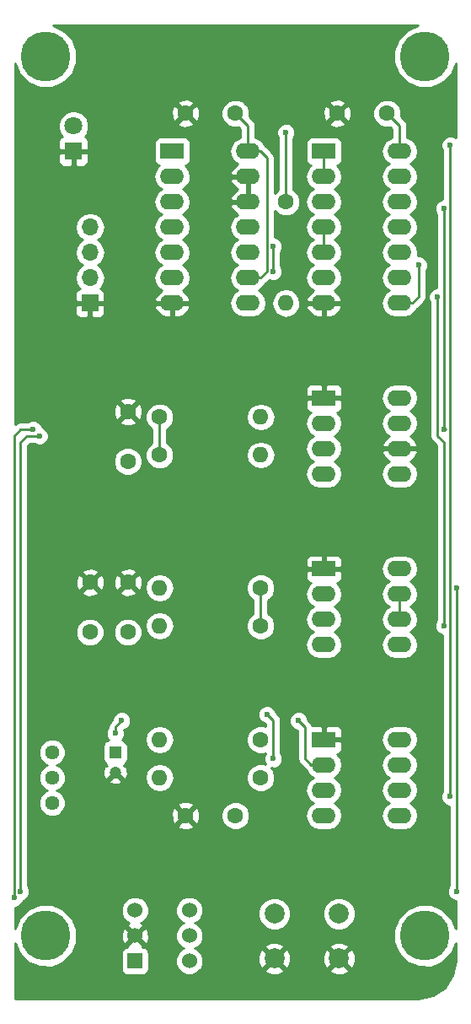
<source format=gbl>
G04 #@! TF.FileFunction,Copper,L2,Bot,Signal*
%FSLAX46Y46*%
G04 Gerber Fmt 4.6, Leading zero omitted, Abs format (unit mm)*
G04 Created by KiCad (PCBNEW 4.0.7) date 11/16/19 22:45:39*
%MOMM*%
%LPD*%
G01*
G04 APERTURE LIST*
%ADD10C,0.100000*%
%ADD11C,5.000000*%
%ADD12C,1.600000*%
%ADD13O,1.600000X1.600000*%
%ADD14R,1.800000X1.800000*%
%ADD15C,1.800000*%
%ADD16C,1.440000*%
%ADD17C,2.000000*%
%ADD18R,2.400000X1.600000*%
%ADD19O,2.400000X1.600000*%
%ADD20R,1.200000X1.200000*%
%ADD21C,1.200000*%
%ADD22R,1.700000X1.700000*%
%ADD23O,1.700000X1.700000*%
%ADD24C,1.524000*%
%ADD25R,1.524000X1.524000*%
%ADD26C,0.600000*%
%ADD27C,0.250000*%
%ADD28C,0.254000*%
G04 APERTURE END LIST*
D10*
D11*
X167005000Y-149225000D03*
X128905000Y-149225000D03*
X128905000Y-60960000D03*
X167005000Y-60960000D03*
D12*
X137160000Y-101600000D03*
X137160000Y-96600000D03*
X133350000Y-118745000D03*
X133350000Y-113745000D03*
X137160000Y-118745000D03*
X137160000Y-113745000D03*
X147955000Y-66675000D03*
X142955000Y-66675000D03*
X147955000Y-137160000D03*
X142955000Y-137160000D03*
X150495000Y-133350000D03*
D13*
X140335000Y-133350000D03*
D12*
X150495000Y-129540000D03*
D13*
X140335000Y-129540000D03*
D12*
X150495000Y-114300000D03*
D13*
X140335000Y-114300000D03*
D12*
X140335000Y-100965000D03*
D13*
X150495000Y-100965000D03*
D12*
X153035000Y-75565000D03*
D13*
X153035000Y-85725000D03*
D14*
X131699000Y-70485000D03*
D15*
X131699000Y-67945000D03*
D12*
X150495000Y-118110000D03*
D13*
X140335000Y-118110000D03*
D12*
X140335000Y-97155000D03*
D13*
X150495000Y-97155000D03*
D16*
X129540000Y-130810000D03*
X129540000Y-133350000D03*
X129540000Y-135890000D03*
D17*
X158369000Y-147011000D03*
X158369000Y-151511000D03*
X151869000Y-147011000D03*
X151869000Y-151511000D03*
D18*
X141605000Y-70485000D03*
D19*
X149225000Y-85725000D03*
X141605000Y-73025000D03*
X149225000Y-83185000D03*
X141605000Y-75565000D03*
X149225000Y-80645000D03*
X141605000Y-78105000D03*
X149225000Y-78105000D03*
X141605000Y-80645000D03*
X149225000Y-75565000D03*
X141605000Y-83185000D03*
X149225000Y-73025000D03*
X141605000Y-85725000D03*
X149225000Y-70485000D03*
D20*
X135890000Y-130810000D03*
D21*
X135890000Y-132810000D03*
D12*
X163195000Y-66675000D03*
X158195000Y-66675000D03*
D22*
X133350000Y-85725000D03*
D23*
X133350000Y-83185000D03*
X133350000Y-80645000D03*
X133350000Y-78105000D03*
D18*
X156845000Y-129540000D03*
D19*
X164465000Y-137160000D03*
X156845000Y-132080000D03*
X164465000Y-134620000D03*
X156845000Y-134620000D03*
X164465000Y-132080000D03*
X156845000Y-137160000D03*
X164465000Y-129540000D03*
D18*
X156845000Y-112395000D03*
D19*
X164465000Y-120015000D03*
X156845000Y-114935000D03*
X164465000Y-117475000D03*
X156845000Y-117475000D03*
X164465000Y-114935000D03*
X156845000Y-120015000D03*
X164465000Y-112395000D03*
D18*
X156845000Y-95250000D03*
D19*
X164465000Y-102870000D03*
X156845000Y-97790000D03*
X164465000Y-100330000D03*
X156845000Y-100330000D03*
X164465000Y-97790000D03*
X156845000Y-102870000D03*
X164465000Y-95250000D03*
D18*
X156845000Y-70485000D03*
D19*
X164465000Y-85725000D03*
X156845000Y-73025000D03*
X164465000Y-83185000D03*
X156845000Y-75565000D03*
X164465000Y-80645000D03*
X156845000Y-78105000D03*
X164465000Y-78105000D03*
X156845000Y-80645000D03*
X164465000Y-75565000D03*
X156845000Y-83185000D03*
X164465000Y-73025000D03*
X156845000Y-85725000D03*
X164465000Y-70485000D03*
D24*
X137864000Y-146685000D03*
X137864000Y-149225000D03*
D25*
X137864000Y-151765000D03*
D24*
X143314000Y-151765000D03*
X143314000Y-149225000D03*
X143314000Y-146685000D03*
D26*
X151130000Y-127000000D03*
X151765000Y-131445000D03*
X153035000Y-68580000D03*
X154305000Y-127635000D03*
X136525000Y-127635000D03*
X135890000Y-128905000D03*
X170180000Y-144780000D03*
X170180000Y-114300000D03*
X125730000Y-145415000D03*
X127635000Y-98425000D03*
X126365000Y-144780000D03*
X128270000Y-99060000D03*
X169545000Y-69850000D03*
X169545000Y-135255000D03*
X151765000Y-82550000D03*
X168910000Y-118110000D03*
X151765000Y-80010000D03*
X168275000Y-85090000D03*
X168910000Y-76200000D03*
X168910000Y-98425000D03*
X166370000Y-81915000D03*
D27*
X149225000Y-83185000D02*
X150495000Y-83185000D01*
X150495000Y-70485000D02*
X149225000Y-70485000D01*
X151130000Y-71120000D02*
X150495000Y-70485000D01*
X151130000Y-82550000D02*
X151130000Y-71120000D01*
X150495000Y-83185000D02*
X151130000Y-82550000D01*
X140335000Y-100965000D02*
X140335000Y-97155000D01*
X150495000Y-118110000D02*
X150495000Y-114300000D01*
X151765000Y-127635000D02*
X151130000Y-127000000D01*
X151765000Y-131445000D02*
X151765000Y-127635000D01*
X149225000Y-70485000D02*
X149225000Y-67945000D01*
X149225000Y-67945000D02*
X147955000Y-66675000D01*
X164465000Y-70485000D02*
X164465000Y-67945000D01*
X164465000Y-67945000D02*
X163195000Y-66675000D01*
X153035000Y-68580000D02*
X153035000Y-71120000D01*
X153035000Y-71120000D02*
X153035000Y-75565000D01*
X164465000Y-117475000D02*
X164465000Y-114935000D01*
X156845000Y-132080000D02*
X155575000Y-132080000D01*
X154940000Y-128270000D02*
X154305000Y-127635000D01*
X154940000Y-131445000D02*
X154940000Y-128270000D01*
X155575000Y-132080000D02*
X154940000Y-131445000D01*
X135890000Y-128270000D02*
X136525000Y-127635000D01*
X135890000Y-128905000D02*
X135890000Y-128270000D01*
X170180000Y-144780000D02*
X170180000Y-114300000D01*
X125730000Y-145415000D02*
X125730000Y-99060000D01*
X126365000Y-98425000D02*
X125730000Y-99060000D01*
X127635000Y-98425000D02*
X126365000Y-98425000D01*
X126365000Y-102870000D02*
X126365000Y-99695000D01*
X126365000Y-144780000D02*
X126365000Y-102870000D01*
X127000000Y-99060000D02*
X128270000Y-99060000D01*
X126365000Y-99695000D02*
X127000000Y-99060000D01*
X169545000Y-69850000D02*
X169545000Y-70485000D01*
X169545000Y-135255000D02*
X169545000Y-70485000D01*
X151765000Y-82550000D02*
X151765000Y-81915000D01*
X168275000Y-99060000D02*
X168910000Y-99695000D01*
X168910000Y-99695000D02*
X168910000Y-118110000D01*
X168275000Y-97155000D02*
X168275000Y-99060000D01*
X168275000Y-86995000D02*
X168275000Y-97155000D01*
X151765000Y-80010000D02*
X151765000Y-81915000D01*
X168275000Y-85090000D02*
X168275000Y-86995000D01*
X168910000Y-98425000D02*
X168910000Y-76200000D01*
X168910000Y-98425000D02*
X169094998Y-98425000D01*
X156845000Y-73025000D02*
X156845000Y-70485000D01*
X165735000Y-85725000D02*
X164465000Y-85725000D01*
X166370000Y-85090000D02*
X165735000Y-85725000D01*
X166370000Y-81915000D02*
X166370000Y-85090000D01*
X156845000Y-78105000D02*
X156845000Y-80645000D01*
D28*
G36*
X165231485Y-58300727D02*
X164348826Y-59181847D01*
X163870546Y-60333674D01*
X163869457Y-61580854D01*
X164345727Y-62733515D01*
X165226847Y-63616174D01*
X166378674Y-64094454D01*
X167625854Y-64095543D01*
X168778515Y-63619273D01*
X169661174Y-62738153D01*
X170105000Y-61669301D01*
X170105000Y-69087533D01*
X170075327Y-69057808D01*
X169731799Y-68915162D01*
X169359833Y-68914838D01*
X169016057Y-69056883D01*
X168752808Y-69319673D01*
X168610162Y-69663201D01*
X168609838Y-70035167D01*
X168751883Y-70378943D01*
X168785000Y-70412118D01*
X168785000Y-75264890D01*
X168724833Y-75264838D01*
X168381057Y-75406883D01*
X168117808Y-75669673D01*
X167975162Y-76013201D01*
X167974838Y-76385167D01*
X168116883Y-76728943D01*
X168150000Y-76762118D01*
X168150000Y-84154890D01*
X168089833Y-84154838D01*
X167746057Y-84296883D01*
X167482808Y-84559673D01*
X167340162Y-84903201D01*
X167339838Y-85275167D01*
X167481883Y-85618943D01*
X167515000Y-85652118D01*
X167515000Y-99060000D01*
X167572852Y-99350839D01*
X167737599Y-99597401D01*
X168150000Y-100009802D01*
X168150000Y-117547537D01*
X168117808Y-117579673D01*
X167975162Y-117923201D01*
X167974838Y-118295167D01*
X168116883Y-118638943D01*
X168379673Y-118902192D01*
X168723201Y-119044838D01*
X168785000Y-119044892D01*
X168785000Y-134692537D01*
X168752808Y-134724673D01*
X168610162Y-135068201D01*
X168609838Y-135440167D01*
X168751883Y-135783943D01*
X169014673Y-136047192D01*
X169358201Y-136189838D01*
X169420000Y-136189892D01*
X169420000Y-144217537D01*
X169387808Y-144249673D01*
X169245162Y-144593201D01*
X169244838Y-144965167D01*
X169386883Y-145308943D01*
X169649673Y-145572192D01*
X169993201Y-145714838D01*
X170105000Y-145714935D01*
X170105000Y-148518125D01*
X169664273Y-147451485D01*
X168783153Y-146568826D01*
X167631326Y-146090546D01*
X166384146Y-146089457D01*
X165231485Y-146565727D01*
X164348826Y-147446847D01*
X163870546Y-148598674D01*
X163869457Y-149845854D01*
X164345727Y-150998515D01*
X165226847Y-151881174D01*
X166378674Y-152359454D01*
X167625854Y-152360543D01*
X168778515Y-151884273D01*
X169661174Y-151003153D01*
X170105000Y-149934301D01*
X170105000Y-151695069D01*
X169807839Y-153188999D01*
X169001209Y-154396209D01*
X167794001Y-155202839D01*
X166300069Y-155500000D01*
X125805000Y-155500000D01*
X125805000Y-149931875D01*
X126245727Y-150998515D01*
X127126847Y-151881174D01*
X128278674Y-152359454D01*
X129525854Y-152360543D01*
X130678515Y-151884273D01*
X131561174Y-151003153D01*
X131561237Y-151003000D01*
X136454560Y-151003000D01*
X136454560Y-152527000D01*
X136498838Y-152762317D01*
X136637910Y-152978441D01*
X136850110Y-153123431D01*
X137102000Y-153174440D01*
X138626000Y-153174440D01*
X138861317Y-153130162D01*
X139077441Y-152991090D01*
X139222431Y-152778890D01*
X139273440Y-152527000D01*
X139273440Y-151003000D01*
X139229162Y-150767683D01*
X139090090Y-150551559D01*
X138877890Y-150406569D01*
X138626000Y-150355560D01*
X138621484Y-150355560D01*
X138664608Y-150205213D01*
X137864000Y-149404605D01*
X137063392Y-150205213D01*
X137106516Y-150355560D01*
X137102000Y-150355560D01*
X136866683Y-150399838D01*
X136650559Y-150538910D01*
X136505569Y-150751110D01*
X136454560Y-151003000D01*
X131561237Y-151003000D01*
X132039454Y-149851326D01*
X132040182Y-149017302D01*
X136454856Y-149017302D01*
X136482638Y-149572368D01*
X136641603Y-149956143D01*
X136883787Y-150025608D01*
X137684395Y-149225000D01*
X138043605Y-149225000D01*
X138844213Y-150025608D01*
X139086397Y-149956143D01*
X139273144Y-149432698D01*
X139245362Y-148877632D01*
X139086397Y-148493857D01*
X138844213Y-148424392D01*
X138043605Y-149225000D01*
X137684395Y-149225000D01*
X136883787Y-148424392D01*
X136641603Y-148493857D01*
X136454856Y-149017302D01*
X132040182Y-149017302D01*
X132040543Y-148604146D01*
X131564273Y-147451485D01*
X131075304Y-146961661D01*
X136466758Y-146961661D01*
X136678990Y-147475303D01*
X137071630Y-147868629D01*
X137263727Y-147948395D01*
X137132857Y-148002603D01*
X137063392Y-148244787D01*
X137864000Y-149045395D01*
X138664608Y-148244787D01*
X138595143Y-148002603D01*
X138454682Y-147952491D01*
X138654303Y-147870010D01*
X139047629Y-147477370D01*
X139260757Y-146964100D01*
X139260759Y-146961661D01*
X141916758Y-146961661D01*
X142128990Y-147475303D01*
X142521630Y-147868629D01*
X142729512Y-147954949D01*
X142523697Y-148039990D01*
X142130371Y-148432630D01*
X141917243Y-148945900D01*
X141916758Y-149501661D01*
X142128990Y-150015303D01*
X142521630Y-150408629D01*
X142729512Y-150494949D01*
X142523697Y-150579990D01*
X142130371Y-150972630D01*
X141917243Y-151485900D01*
X141916758Y-152041661D01*
X142128990Y-152555303D01*
X142521630Y-152948629D01*
X143034900Y-153161757D01*
X143590661Y-153162242D01*
X144104303Y-152950010D01*
X144391281Y-152663532D01*
X150896073Y-152663532D01*
X150994736Y-152930387D01*
X151604461Y-153156908D01*
X152254460Y-153132856D01*
X152743264Y-152930387D01*
X152841927Y-152663532D01*
X157396073Y-152663532D01*
X157494736Y-152930387D01*
X158104461Y-153156908D01*
X158754460Y-153132856D01*
X159243264Y-152930387D01*
X159341927Y-152663532D01*
X158369000Y-151690605D01*
X157396073Y-152663532D01*
X152841927Y-152663532D01*
X151869000Y-151690605D01*
X150896073Y-152663532D01*
X144391281Y-152663532D01*
X144497629Y-152557370D01*
X144710757Y-152044100D01*
X144711242Y-151488339D01*
X144611301Y-151246461D01*
X150223092Y-151246461D01*
X150247144Y-151896460D01*
X150449613Y-152385264D01*
X150716468Y-152483927D01*
X151689395Y-151511000D01*
X152048605Y-151511000D01*
X153021532Y-152483927D01*
X153288387Y-152385264D01*
X153514908Y-151775539D01*
X153495331Y-151246461D01*
X156723092Y-151246461D01*
X156747144Y-151896460D01*
X156949613Y-152385264D01*
X157216468Y-152483927D01*
X158189395Y-151511000D01*
X158548605Y-151511000D01*
X159521532Y-152483927D01*
X159788387Y-152385264D01*
X160014908Y-151775539D01*
X159990856Y-151125540D01*
X159788387Y-150636736D01*
X159521532Y-150538073D01*
X158548605Y-151511000D01*
X158189395Y-151511000D01*
X157216468Y-150538073D01*
X156949613Y-150636736D01*
X156723092Y-151246461D01*
X153495331Y-151246461D01*
X153490856Y-151125540D01*
X153288387Y-150636736D01*
X153021532Y-150538073D01*
X152048605Y-151511000D01*
X151689395Y-151511000D01*
X150716468Y-150538073D01*
X150449613Y-150636736D01*
X150223092Y-151246461D01*
X144611301Y-151246461D01*
X144499010Y-150974697D01*
X144106370Y-150581371D01*
X143898488Y-150495051D01*
X144104303Y-150410010D01*
X144155935Y-150358468D01*
X150896073Y-150358468D01*
X151869000Y-151331395D01*
X152841927Y-150358468D01*
X157396073Y-150358468D01*
X158369000Y-151331395D01*
X159341927Y-150358468D01*
X159243264Y-150091613D01*
X158633539Y-149865092D01*
X157983540Y-149889144D01*
X157494736Y-150091613D01*
X157396073Y-150358468D01*
X152841927Y-150358468D01*
X152743264Y-150091613D01*
X152133539Y-149865092D01*
X151483540Y-149889144D01*
X150994736Y-150091613D01*
X150896073Y-150358468D01*
X144155935Y-150358468D01*
X144497629Y-150017370D01*
X144710757Y-149504100D01*
X144711242Y-148948339D01*
X144499010Y-148434697D01*
X144106370Y-148041371D01*
X143898488Y-147955051D01*
X144104303Y-147870010D01*
X144497629Y-147477370D01*
X144556831Y-147334795D01*
X150233716Y-147334795D01*
X150482106Y-147935943D01*
X150941637Y-148396278D01*
X151542352Y-148645716D01*
X152192795Y-148646284D01*
X152793943Y-148397894D01*
X153254278Y-147938363D01*
X153503716Y-147337648D01*
X153503718Y-147334795D01*
X156733716Y-147334795D01*
X156982106Y-147935943D01*
X157441637Y-148396278D01*
X158042352Y-148645716D01*
X158692795Y-148646284D01*
X159293943Y-148397894D01*
X159754278Y-147938363D01*
X160003716Y-147337648D01*
X160004284Y-146687205D01*
X159755894Y-146086057D01*
X159296363Y-145625722D01*
X158695648Y-145376284D01*
X158045205Y-145375716D01*
X157444057Y-145624106D01*
X156983722Y-146083637D01*
X156734284Y-146684352D01*
X156733716Y-147334795D01*
X153503718Y-147334795D01*
X153504284Y-146687205D01*
X153255894Y-146086057D01*
X152796363Y-145625722D01*
X152195648Y-145376284D01*
X151545205Y-145375716D01*
X150944057Y-145624106D01*
X150483722Y-146083637D01*
X150234284Y-146684352D01*
X150233716Y-147334795D01*
X144556831Y-147334795D01*
X144710757Y-146964100D01*
X144711242Y-146408339D01*
X144499010Y-145894697D01*
X144106370Y-145501371D01*
X143593100Y-145288243D01*
X143037339Y-145287758D01*
X142523697Y-145499990D01*
X142130371Y-145892630D01*
X141917243Y-146405900D01*
X141916758Y-146961661D01*
X139260759Y-146961661D01*
X139261242Y-146408339D01*
X139049010Y-145894697D01*
X138656370Y-145501371D01*
X138143100Y-145288243D01*
X137587339Y-145287758D01*
X137073697Y-145499990D01*
X136680371Y-145892630D01*
X136467243Y-146405900D01*
X136466758Y-146961661D01*
X131075304Y-146961661D01*
X130683153Y-146568826D01*
X129531326Y-146090546D01*
X128284146Y-146089457D01*
X127131485Y-146565727D01*
X126248826Y-147446847D01*
X125805000Y-148515699D01*
X125805000Y-146350066D01*
X125915167Y-146350162D01*
X126258943Y-146208117D01*
X126522192Y-145945327D01*
X126631765Y-145681446D01*
X126893943Y-145573117D01*
X127157192Y-145310327D01*
X127299838Y-144966799D01*
X127300162Y-144594833D01*
X127158117Y-144251057D01*
X127125000Y-144217882D01*
X127125000Y-138167745D01*
X142126861Y-138167745D01*
X142200995Y-138413864D01*
X142738223Y-138606965D01*
X143308454Y-138579778D01*
X143709005Y-138413864D01*
X143783139Y-138167745D01*
X142955000Y-137339605D01*
X142126861Y-138167745D01*
X127125000Y-138167745D01*
X127125000Y-131078344D01*
X128184765Y-131078344D01*
X128390617Y-131576543D01*
X128771452Y-131958043D01*
X129065264Y-132080045D01*
X128773457Y-132200617D01*
X128391957Y-132581452D01*
X128185236Y-133079291D01*
X128184765Y-133618344D01*
X128390617Y-134116543D01*
X128771452Y-134498043D01*
X129065264Y-134620045D01*
X128773457Y-134740617D01*
X128391957Y-135121452D01*
X128185236Y-135619291D01*
X128184765Y-136158344D01*
X128390617Y-136656543D01*
X128771452Y-137038043D01*
X129269291Y-137244764D01*
X129808344Y-137245235D01*
X130306543Y-137039383D01*
X130402870Y-136943223D01*
X141508035Y-136943223D01*
X141535222Y-137513454D01*
X141701136Y-137914005D01*
X141947255Y-137988139D01*
X142775395Y-137160000D01*
X143134605Y-137160000D01*
X143962745Y-137988139D01*
X144208864Y-137914005D01*
X144377735Y-137444187D01*
X146519752Y-137444187D01*
X146737757Y-137971800D01*
X147141077Y-138375824D01*
X147668309Y-138594750D01*
X148239187Y-138595248D01*
X148766800Y-138377243D01*
X149170824Y-137973923D01*
X149389750Y-137446691D01*
X149390248Y-136875813D01*
X149172243Y-136348200D01*
X148768923Y-135944176D01*
X148241691Y-135725250D01*
X147670813Y-135724752D01*
X147143200Y-135942757D01*
X146739176Y-136346077D01*
X146520250Y-136873309D01*
X146519752Y-137444187D01*
X144377735Y-137444187D01*
X144401965Y-137376777D01*
X144374778Y-136806546D01*
X144208864Y-136405995D01*
X143962745Y-136331861D01*
X143134605Y-137160000D01*
X142775395Y-137160000D01*
X141947255Y-136331861D01*
X141701136Y-136405995D01*
X141508035Y-136943223D01*
X130402870Y-136943223D01*
X130688043Y-136658548D01*
X130894764Y-136160709D01*
X130894771Y-136152255D01*
X142126861Y-136152255D01*
X142955000Y-136980395D01*
X143783139Y-136152255D01*
X143709005Y-135906136D01*
X143171777Y-135713035D01*
X142601546Y-135740222D01*
X142200995Y-135906136D01*
X142126861Y-136152255D01*
X130894771Y-136152255D01*
X130895235Y-135621656D01*
X130689383Y-135123457D01*
X130308548Y-134741957D01*
X130014736Y-134619955D01*
X130306543Y-134499383D01*
X130688043Y-134118548D01*
X130873160Y-133672735D01*
X135206870Y-133672735D01*
X135256383Y-133898164D01*
X135721036Y-134057807D01*
X136211413Y-134027482D01*
X136523617Y-133898164D01*
X136573130Y-133672735D01*
X135890000Y-132989605D01*
X135206870Y-133672735D01*
X130873160Y-133672735D01*
X130894764Y-133620709D01*
X130895235Y-133081656D01*
X130713175Y-132641036D01*
X134642193Y-132641036D01*
X134672518Y-133131413D01*
X134801836Y-133443617D01*
X135027265Y-133493130D01*
X135710395Y-132810000D01*
X135696253Y-132795858D01*
X135875858Y-132616253D01*
X135890000Y-132630395D01*
X135904143Y-132616253D01*
X136083748Y-132795858D01*
X136069605Y-132810000D01*
X136752735Y-133493130D01*
X136978164Y-133443617D01*
X137010328Y-133350000D01*
X138871887Y-133350000D01*
X138981120Y-133899151D01*
X139292189Y-134364698D01*
X139757736Y-134675767D01*
X140306887Y-134785000D01*
X140363113Y-134785000D01*
X140912264Y-134675767D01*
X141377811Y-134364698D01*
X141688880Y-133899151D01*
X141798113Y-133350000D01*
X141688880Y-132800849D01*
X141377811Y-132335302D01*
X140912264Y-132024233D01*
X140363113Y-131915000D01*
X140306887Y-131915000D01*
X139757736Y-132024233D01*
X139292189Y-132335302D01*
X138981120Y-132800849D01*
X138871887Y-133350000D01*
X137010328Y-133350000D01*
X137137807Y-132978964D01*
X137107482Y-132488587D01*
X136978164Y-132176383D01*
X136752737Y-132126871D01*
X136868430Y-132011178D01*
X136813603Y-131956351D01*
X136941441Y-131874090D01*
X137086431Y-131661890D01*
X137137440Y-131410000D01*
X137137440Y-130210000D01*
X137093162Y-129974683D01*
X136954090Y-129758559D01*
X136741890Y-129613569D01*
X136543819Y-129573459D01*
X136577336Y-129540000D01*
X138871887Y-129540000D01*
X138981120Y-130089151D01*
X139292189Y-130554698D01*
X139757736Y-130865767D01*
X140306887Y-130975000D01*
X140363113Y-130975000D01*
X140912264Y-130865767D01*
X141377811Y-130554698D01*
X141688880Y-130089151D01*
X141741584Y-129824187D01*
X149059752Y-129824187D01*
X149277757Y-130351800D01*
X149681077Y-130755824D01*
X150208309Y-130974750D01*
X150779187Y-130975248D01*
X151005000Y-130881944D01*
X151005000Y-130882537D01*
X150972808Y-130914673D01*
X150830162Y-131258201D01*
X150829838Y-131630167D01*
X150971883Y-131973943D01*
X151006463Y-132008584D01*
X150781691Y-131915250D01*
X150210813Y-131914752D01*
X149683200Y-132132757D01*
X149279176Y-132536077D01*
X149060250Y-133063309D01*
X149059752Y-133634187D01*
X149277757Y-134161800D01*
X149681077Y-134565824D01*
X150208309Y-134784750D01*
X150779187Y-134785248D01*
X151306800Y-134567243D01*
X151710824Y-134163923D01*
X151929750Y-133636691D01*
X151930248Y-133065813D01*
X151712243Y-132538200D01*
X151537134Y-132362785D01*
X151578201Y-132379838D01*
X151950167Y-132380162D01*
X152293943Y-132238117D01*
X152557192Y-131975327D01*
X152699838Y-131631799D01*
X152700162Y-131259833D01*
X152558117Y-130916057D01*
X152525000Y-130882882D01*
X152525000Y-127820167D01*
X153369838Y-127820167D01*
X153511883Y-128163943D01*
X153774673Y-128427192D01*
X154118201Y-128569838D01*
X154165077Y-128569879D01*
X154180000Y-128584802D01*
X154180000Y-131445000D01*
X154237852Y-131735839D01*
X154402599Y-131982401D01*
X155037599Y-132617401D01*
X155105946Y-132663069D01*
X155394352Y-133094698D01*
X155776438Y-133350000D01*
X155394352Y-133605302D01*
X155083283Y-134070849D01*
X154974050Y-134620000D01*
X155083283Y-135169151D01*
X155394352Y-135634698D01*
X155776438Y-135890000D01*
X155394352Y-136145302D01*
X155083283Y-136610849D01*
X154974050Y-137160000D01*
X155083283Y-137709151D01*
X155394352Y-138174698D01*
X155859899Y-138485767D01*
X156409050Y-138595000D01*
X157280950Y-138595000D01*
X157830101Y-138485767D01*
X158295648Y-138174698D01*
X158606717Y-137709151D01*
X158715950Y-137160000D01*
X158606717Y-136610849D01*
X158295648Y-136145302D01*
X157913562Y-135890000D01*
X158295648Y-135634698D01*
X158606717Y-135169151D01*
X158715950Y-134620000D01*
X158606717Y-134070849D01*
X158295648Y-133605302D01*
X157913562Y-133350000D01*
X158295648Y-133094698D01*
X158606717Y-132629151D01*
X158715950Y-132080000D01*
X158606717Y-131530849D01*
X158295648Y-131065302D01*
X158160502Y-130975000D01*
X158171309Y-130975000D01*
X158404698Y-130878327D01*
X158583327Y-130699699D01*
X158680000Y-130466310D01*
X158680000Y-129825750D01*
X158521250Y-129667000D01*
X156972000Y-129667000D01*
X156972000Y-129687000D01*
X156718000Y-129687000D01*
X156718000Y-129667000D01*
X156698000Y-129667000D01*
X156698000Y-129540000D01*
X162594050Y-129540000D01*
X162703283Y-130089151D01*
X163014352Y-130554698D01*
X163396438Y-130810000D01*
X163014352Y-131065302D01*
X162703283Y-131530849D01*
X162594050Y-132080000D01*
X162703283Y-132629151D01*
X163014352Y-133094698D01*
X163396438Y-133350000D01*
X163014352Y-133605302D01*
X162703283Y-134070849D01*
X162594050Y-134620000D01*
X162703283Y-135169151D01*
X163014352Y-135634698D01*
X163396438Y-135890000D01*
X163014352Y-136145302D01*
X162703283Y-136610849D01*
X162594050Y-137160000D01*
X162703283Y-137709151D01*
X163014352Y-138174698D01*
X163479899Y-138485767D01*
X164029050Y-138595000D01*
X164900950Y-138595000D01*
X165450101Y-138485767D01*
X165915648Y-138174698D01*
X166226717Y-137709151D01*
X166335950Y-137160000D01*
X166226717Y-136610849D01*
X165915648Y-136145302D01*
X165533562Y-135890000D01*
X165915648Y-135634698D01*
X166226717Y-135169151D01*
X166335950Y-134620000D01*
X166226717Y-134070849D01*
X165915648Y-133605302D01*
X165533562Y-133350000D01*
X165915648Y-133094698D01*
X166226717Y-132629151D01*
X166335950Y-132080000D01*
X166226717Y-131530849D01*
X165915648Y-131065302D01*
X165533562Y-130810000D01*
X165915648Y-130554698D01*
X166226717Y-130089151D01*
X166335950Y-129540000D01*
X166226717Y-128990849D01*
X165915648Y-128525302D01*
X165450101Y-128214233D01*
X164900950Y-128105000D01*
X164029050Y-128105000D01*
X163479899Y-128214233D01*
X163014352Y-128525302D01*
X162703283Y-128990849D01*
X162594050Y-129540000D01*
X156698000Y-129540000D01*
X156698000Y-129413000D01*
X156718000Y-129413000D01*
X156718000Y-128263750D01*
X156972000Y-128263750D01*
X156972000Y-129413000D01*
X158521250Y-129413000D01*
X158680000Y-129254250D01*
X158680000Y-128613690D01*
X158583327Y-128380301D01*
X158404698Y-128201673D01*
X158171309Y-128105000D01*
X157130750Y-128105000D01*
X156972000Y-128263750D01*
X156718000Y-128263750D01*
X156559250Y-128105000D01*
X155667179Y-128105000D01*
X155642148Y-127979161D01*
X155477401Y-127732599D01*
X155240122Y-127495320D01*
X155240162Y-127449833D01*
X155098117Y-127106057D01*
X154835327Y-126842808D01*
X154491799Y-126700162D01*
X154119833Y-126699838D01*
X153776057Y-126841883D01*
X153512808Y-127104673D01*
X153370162Y-127448201D01*
X153369838Y-127820167D01*
X152525000Y-127820167D01*
X152525000Y-127635000D01*
X152467148Y-127344161D01*
X152302401Y-127097599D01*
X152065122Y-126860320D01*
X152065162Y-126814833D01*
X151923117Y-126471057D01*
X151660327Y-126207808D01*
X151316799Y-126065162D01*
X150944833Y-126064838D01*
X150601057Y-126206883D01*
X150337808Y-126469673D01*
X150195162Y-126813201D01*
X150194838Y-127185167D01*
X150336883Y-127528943D01*
X150599673Y-127792192D01*
X150943201Y-127934838D01*
X150990077Y-127934879D01*
X151005000Y-127949802D01*
X151005000Y-128197976D01*
X150781691Y-128105250D01*
X150210813Y-128104752D01*
X149683200Y-128322757D01*
X149279176Y-128726077D01*
X149060250Y-129253309D01*
X149059752Y-129824187D01*
X141741584Y-129824187D01*
X141798113Y-129540000D01*
X141688880Y-128990849D01*
X141377811Y-128525302D01*
X140912264Y-128214233D01*
X140363113Y-128105000D01*
X140306887Y-128105000D01*
X139757736Y-128214233D01*
X139292189Y-128525302D01*
X138981120Y-128990849D01*
X138871887Y-129540000D01*
X136577336Y-129540000D01*
X136682192Y-129435327D01*
X136824838Y-129091799D01*
X136825162Y-128719833D01*
X136755568Y-128551403D01*
X137053943Y-128428117D01*
X137317192Y-128165327D01*
X137459838Y-127821799D01*
X137460162Y-127449833D01*
X137318117Y-127106057D01*
X137055327Y-126842808D01*
X136711799Y-126700162D01*
X136339833Y-126699838D01*
X135996057Y-126841883D01*
X135732808Y-127104673D01*
X135590162Y-127448201D01*
X135590121Y-127495077D01*
X135352599Y-127732599D01*
X135187852Y-127979161D01*
X135130000Y-128270000D01*
X135130000Y-128342537D01*
X135097808Y-128374673D01*
X134955162Y-128718201D01*
X134954838Y-129090167D01*
X135096883Y-129433943D01*
X135235511Y-129572813D01*
X135054683Y-129606838D01*
X134838559Y-129745910D01*
X134693569Y-129958110D01*
X134642560Y-130210000D01*
X134642560Y-131410000D01*
X134686838Y-131645317D01*
X134825910Y-131861441D01*
X134965755Y-131956993D01*
X134911570Y-132011178D01*
X135027263Y-132126871D01*
X134801836Y-132176383D01*
X134642193Y-132641036D01*
X130713175Y-132641036D01*
X130689383Y-132583457D01*
X130308548Y-132201957D01*
X130014736Y-132079955D01*
X130306543Y-131959383D01*
X130688043Y-131578548D01*
X130894764Y-131080709D01*
X130895235Y-130541656D01*
X130689383Y-130043457D01*
X130308548Y-129661957D01*
X129810709Y-129455236D01*
X129271656Y-129454765D01*
X128773457Y-129660617D01*
X128391957Y-130041452D01*
X128185236Y-130539291D01*
X128184765Y-131078344D01*
X127125000Y-131078344D01*
X127125000Y-119029187D01*
X131914752Y-119029187D01*
X132132757Y-119556800D01*
X132536077Y-119960824D01*
X133063309Y-120179750D01*
X133634187Y-120180248D01*
X134161800Y-119962243D01*
X134565824Y-119558923D01*
X134784750Y-119031691D01*
X134784752Y-119029187D01*
X135724752Y-119029187D01*
X135942757Y-119556800D01*
X136346077Y-119960824D01*
X136873309Y-120179750D01*
X137444187Y-120180248D01*
X137971800Y-119962243D01*
X138375824Y-119558923D01*
X138594750Y-119031691D01*
X138595248Y-118460813D01*
X138450296Y-118110000D01*
X138871887Y-118110000D01*
X138981120Y-118659151D01*
X139292189Y-119124698D01*
X139757736Y-119435767D01*
X140306887Y-119545000D01*
X140363113Y-119545000D01*
X140912264Y-119435767D01*
X141377811Y-119124698D01*
X141688880Y-118659151D01*
X141798113Y-118110000D01*
X141688880Y-117560849D01*
X141377811Y-117095302D01*
X140912264Y-116784233D01*
X140363113Y-116675000D01*
X140306887Y-116675000D01*
X139757736Y-116784233D01*
X139292189Y-117095302D01*
X138981120Y-117560849D01*
X138871887Y-118110000D01*
X138450296Y-118110000D01*
X138377243Y-117933200D01*
X137973923Y-117529176D01*
X137446691Y-117310250D01*
X136875813Y-117309752D01*
X136348200Y-117527757D01*
X135944176Y-117931077D01*
X135725250Y-118458309D01*
X135724752Y-119029187D01*
X134784752Y-119029187D01*
X134785248Y-118460813D01*
X134567243Y-117933200D01*
X134163923Y-117529176D01*
X133636691Y-117310250D01*
X133065813Y-117309752D01*
X132538200Y-117527757D01*
X132134176Y-117931077D01*
X131915250Y-118458309D01*
X131914752Y-119029187D01*
X127125000Y-119029187D01*
X127125000Y-114752745D01*
X132521861Y-114752745D01*
X132595995Y-114998864D01*
X133133223Y-115191965D01*
X133703454Y-115164778D01*
X134104005Y-114998864D01*
X134178139Y-114752745D01*
X136331861Y-114752745D01*
X136405995Y-114998864D01*
X136943223Y-115191965D01*
X137513454Y-115164778D01*
X137914005Y-114998864D01*
X137988139Y-114752745D01*
X137160000Y-113924605D01*
X136331861Y-114752745D01*
X134178139Y-114752745D01*
X133350000Y-113924605D01*
X132521861Y-114752745D01*
X127125000Y-114752745D01*
X127125000Y-113528223D01*
X131903035Y-113528223D01*
X131930222Y-114098454D01*
X132096136Y-114499005D01*
X132342255Y-114573139D01*
X133170395Y-113745000D01*
X133529605Y-113745000D01*
X134357745Y-114573139D01*
X134603864Y-114499005D01*
X134796965Y-113961777D01*
X134776295Y-113528223D01*
X135713035Y-113528223D01*
X135740222Y-114098454D01*
X135906136Y-114499005D01*
X136152255Y-114573139D01*
X136980395Y-113745000D01*
X137339605Y-113745000D01*
X138167745Y-114573139D01*
X138413864Y-114499005D01*
X138485394Y-114300000D01*
X138871887Y-114300000D01*
X138981120Y-114849151D01*
X139292189Y-115314698D01*
X139757736Y-115625767D01*
X140306887Y-115735000D01*
X140363113Y-115735000D01*
X140912264Y-115625767D01*
X141377811Y-115314698D01*
X141688880Y-114849151D01*
X141741584Y-114584187D01*
X149059752Y-114584187D01*
X149277757Y-115111800D01*
X149681077Y-115515824D01*
X149735000Y-115538215D01*
X149735000Y-116871354D01*
X149683200Y-116892757D01*
X149279176Y-117296077D01*
X149060250Y-117823309D01*
X149059752Y-118394187D01*
X149277757Y-118921800D01*
X149681077Y-119325824D01*
X150208309Y-119544750D01*
X150779187Y-119545248D01*
X151306800Y-119327243D01*
X151710824Y-118923923D01*
X151929750Y-118396691D01*
X151930248Y-117825813D01*
X151712243Y-117298200D01*
X151308923Y-116894176D01*
X151255000Y-116871785D01*
X151255000Y-115538646D01*
X151306800Y-115517243D01*
X151710824Y-115113923D01*
X151785119Y-114935000D01*
X154974050Y-114935000D01*
X155083283Y-115484151D01*
X155394352Y-115949698D01*
X155776438Y-116205000D01*
X155394352Y-116460302D01*
X155083283Y-116925849D01*
X154974050Y-117475000D01*
X155083283Y-118024151D01*
X155394352Y-118489698D01*
X155776438Y-118745000D01*
X155394352Y-119000302D01*
X155083283Y-119465849D01*
X154974050Y-120015000D01*
X155083283Y-120564151D01*
X155394352Y-121029698D01*
X155859899Y-121340767D01*
X156409050Y-121450000D01*
X157280950Y-121450000D01*
X157830101Y-121340767D01*
X158295648Y-121029698D01*
X158606717Y-120564151D01*
X158715950Y-120015000D01*
X158606717Y-119465849D01*
X158295648Y-119000302D01*
X157913562Y-118745000D01*
X158295648Y-118489698D01*
X158606717Y-118024151D01*
X158715950Y-117475000D01*
X158606717Y-116925849D01*
X158295648Y-116460302D01*
X157913562Y-116205000D01*
X158295648Y-115949698D01*
X158606717Y-115484151D01*
X158715950Y-114935000D01*
X158606717Y-114385849D01*
X158295648Y-113920302D01*
X158160502Y-113830000D01*
X158171309Y-113830000D01*
X158404698Y-113733327D01*
X158583327Y-113554699D01*
X158680000Y-113321310D01*
X158680000Y-112680750D01*
X158521250Y-112522000D01*
X156972000Y-112522000D01*
X156972000Y-112542000D01*
X156718000Y-112542000D01*
X156718000Y-112522000D01*
X155168750Y-112522000D01*
X155010000Y-112680750D01*
X155010000Y-113321310D01*
X155106673Y-113554699D01*
X155285302Y-113733327D01*
X155518691Y-113830000D01*
X155529498Y-113830000D01*
X155394352Y-113920302D01*
X155083283Y-114385849D01*
X154974050Y-114935000D01*
X151785119Y-114935000D01*
X151929750Y-114586691D01*
X151930248Y-114015813D01*
X151712243Y-113488200D01*
X151308923Y-113084176D01*
X150781691Y-112865250D01*
X150210813Y-112864752D01*
X149683200Y-113082757D01*
X149279176Y-113486077D01*
X149060250Y-114013309D01*
X149059752Y-114584187D01*
X141741584Y-114584187D01*
X141798113Y-114300000D01*
X141688880Y-113750849D01*
X141377811Y-113285302D01*
X140912264Y-112974233D01*
X140363113Y-112865000D01*
X140306887Y-112865000D01*
X139757736Y-112974233D01*
X139292189Y-113285302D01*
X138981120Y-113750849D01*
X138871887Y-114300000D01*
X138485394Y-114300000D01*
X138606965Y-113961777D01*
X138579778Y-113391546D01*
X138413864Y-112990995D01*
X138167745Y-112916861D01*
X137339605Y-113745000D01*
X136980395Y-113745000D01*
X136152255Y-112916861D01*
X135906136Y-112990995D01*
X135713035Y-113528223D01*
X134776295Y-113528223D01*
X134769778Y-113391546D01*
X134603864Y-112990995D01*
X134357745Y-112916861D01*
X133529605Y-113745000D01*
X133170395Y-113745000D01*
X132342255Y-112916861D01*
X132096136Y-112990995D01*
X131903035Y-113528223D01*
X127125000Y-113528223D01*
X127125000Y-112737255D01*
X132521861Y-112737255D01*
X133350000Y-113565395D01*
X134178139Y-112737255D01*
X136331861Y-112737255D01*
X137160000Y-113565395D01*
X137988139Y-112737255D01*
X137914005Y-112491136D01*
X137646545Y-112395000D01*
X162594050Y-112395000D01*
X162703283Y-112944151D01*
X163014352Y-113409698D01*
X163396438Y-113665000D01*
X163014352Y-113920302D01*
X162703283Y-114385849D01*
X162594050Y-114935000D01*
X162703283Y-115484151D01*
X163014352Y-115949698D01*
X163396438Y-116205000D01*
X163014352Y-116460302D01*
X162703283Y-116925849D01*
X162594050Y-117475000D01*
X162703283Y-118024151D01*
X163014352Y-118489698D01*
X163396438Y-118745000D01*
X163014352Y-119000302D01*
X162703283Y-119465849D01*
X162594050Y-120015000D01*
X162703283Y-120564151D01*
X163014352Y-121029698D01*
X163479899Y-121340767D01*
X164029050Y-121450000D01*
X164900950Y-121450000D01*
X165450101Y-121340767D01*
X165915648Y-121029698D01*
X166226717Y-120564151D01*
X166335950Y-120015000D01*
X166226717Y-119465849D01*
X165915648Y-119000302D01*
X165533562Y-118745000D01*
X165915648Y-118489698D01*
X166226717Y-118024151D01*
X166335950Y-117475000D01*
X166226717Y-116925849D01*
X165915648Y-116460302D01*
X165533562Y-116205000D01*
X165915648Y-115949698D01*
X166226717Y-115484151D01*
X166335950Y-114935000D01*
X166226717Y-114385849D01*
X165915648Y-113920302D01*
X165533562Y-113665000D01*
X165915648Y-113409698D01*
X166226717Y-112944151D01*
X166335950Y-112395000D01*
X166226717Y-111845849D01*
X165915648Y-111380302D01*
X165450101Y-111069233D01*
X164900950Y-110960000D01*
X164029050Y-110960000D01*
X163479899Y-111069233D01*
X163014352Y-111380302D01*
X162703283Y-111845849D01*
X162594050Y-112395000D01*
X137646545Y-112395000D01*
X137376777Y-112298035D01*
X136806546Y-112325222D01*
X136405995Y-112491136D01*
X136331861Y-112737255D01*
X134178139Y-112737255D01*
X134104005Y-112491136D01*
X133566777Y-112298035D01*
X132996546Y-112325222D01*
X132595995Y-112491136D01*
X132521861Y-112737255D01*
X127125000Y-112737255D01*
X127125000Y-111468690D01*
X155010000Y-111468690D01*
X155010000Y-112109250D01*
X155168750Y-112268000D01*
X156718000Y-112268000D01*
X156718000Y-111118750D01*
X156972000Y-111118750D01*
X156972000Y-112268000D01*
X158521250Y-112268000D01*
X158680000Y-112109250D01*
X158680000Y-111468690D01*
X158583327Y-111235301D01*
X158404698Y-111056673D01*
X158171309Y-110960000D01*
X157130750Y-110960000D01*
X156972000Y-111118750D01*
X156718000Y-111118750D01*
X156559250Y-110960000D01*
X155518691Y-110960000D01*
X155285302Y-111056673D01*
X155106673Y-111235301D01*
X155010000Y-111468690D01*
X127125000Y-111468690D01*
X127125000Y-101884187D01*
X135724752Y-101884187D01*
X135942757Y-102411800D01*
X136346077Y-102815824D01*
X136873309Y-103034750D01*
X137444187Y-103035248D01*
X137971800Y-102817243D01*
X138375824Y-102413923D01*
X138594750Y-101886691D01*
X138595248Y-101315813D01*
X138377243Y-100788200D01*
X137973923Y-100384176D01*
X137446691Y-100165250D01*
X136875813Y-100164752D01*
X136348200Y-100382757D01*
X135944176Y-100786077D01*
X135725250Y-101313309D01*
X135724752Y-101884187D01*
X127125000Y-101884187D01*
X127125000Y-100009802D01*
X127314802Y-99820000D01*
X127707537Y-99820000D01*
X127739673Y-99852192D01*
X128083201Y-99994838D01*
X128455167Y-99995162D01*
X128798943Y-99853117D01*
X129062192Y-99590327D01*
X129204838Y-99246799D01*
X129205162Y-98874833D01*
X129063117Y-98531057D01*
X128800327Y-98267808D01*
X128536446Y-98158235D01*
X128428117Y-97896057D01*
X128165327Y-97632808D01*
X128104969Y-97607745D01*
X136331861Y-97607745D01*
X136405995Y-97853864D01*
X136943223Y-98046965D01*
X137513454Y-98019778D01*
X137914005Y-97853864D01*
X137988139Y-97607745D01*
X137819582Y-97439187D01*
X138899752Y-97439187D01*
X139117757Y-97966800D01*
X139521077Y-98370824D01*
X139575000Y-98393215D01*
X139575000Y-99726354D01*
X139523200Y-99747757D01*
X139119176Y-100151077D01*
X138900250Y-100678309D01*
X138899752Y-101249187D01*
X139117757Y-101776800D01*
X139521077Y-102180824D01*
X140048309Y-102399750D01*
X140619187Y-102400248D01*
X141146800Y-102182243D01*
X141550824Y-101778923D01*
X141769750Y-101251691D01*
X141770000Y-100965000D01*
X149031887Y-100965000D01*
X149141120Y-101514151D01*
X149452189Y-101979698D01*
X149917736Y-102290767D01*
X150466887Y-102400000D01*
X150523113Y-102400000D01*
X151072264Y-102290767D01*
X151537811Y-101979698D01*
X151848880Y-101514151D01*
X151958113Y-100965000D01*
X151848880Y-100415849D01*
X151537811Y-99950302D01*
X151072264Y-99639233D01*
X150523113Y-99530000D01*
X150466887Y-99530000D01*
X149917736Y-99639233D01*
X149452189Y-99950302D01*
X149141120Y-100415849D01*
X149031887Y-100965000D01*
X141770000Y-100965000D01*
X141770248Y-100680813D01*
X141552243Y-100153200D01*
X141148923Y-99749176D01*
X141095000Y-99726785D01*
X141095000Y-98393646D01*
X141146800Y-98372243D01*
X141550824Y-97968923D01*
X141769750Y-97441691D01*
X141770000Y-97155000D01*
X149031887Y-97155000D01*
X149141120Y-97704151D01*
X149452189Y-98169698D01*
X149917736Y-98480767D01*
X150466887Y-98590000D01*
X150523113Y-98590000D01*
X151072264Y-98480767D01*
X151537811Y-98169698D01*
X151791517Y-97790000D01*
X154974050Y-97790000D01*
X155083283Y-98339151D01*
X155394352Y-98804698D01*
X155776438Y-99060000D01*
X155394352Y-99315302D01*
X155083283Y-99780849D01*
X154974050Y-100330000D01*
X155083283Y-100879151D01*
X155394352Y-101344698D01*
X155776438Y-101600000D01*
X155394352Y-101855302D01*
X155083283Y-102320849D01*
X154974050Y-102870000D01*
X155083283Y-103419151D01*
X155394352Y-103884698D01*
X155859899Y-104195767D01*
X156409050Y-104305000D01*
X157280950Y-104305000D01*
X157830101Y-104195767D01*
X158295648Y-103884698D01*
X158606717Y-103419151D01*
X158715950Y-102870000D01*
X162594050Y-102870000D01*
X162703283Y-103419151D01*
X163014352Y-103884698D01*
X163479899Y-104195767D01*
X164029050Y-104305000D01*
X164900950Y-104305000D01*
X165450101Y-104195767D01*
X165915648Y-103884698D01*
X166226717Y-103419151D01*
X166335950Y-102870000D01*
X166226717Y-102320849D01*
X165915648Y-101855302D01*
X165537293Y-101602493D01*
X165969500Y-101254896D01*
X166239367Y-100761819D01*
X166256904Y-100679039D01*
X166134915Y-100457000D01*
X164592000Y-100457000D01*
X164592000Y-100477000D01*
X164338000Y-100477000D01*
X164338000Y-100457000D01*
X162795085Y-100457000D01*
X162673096Y-100679039D01*
X162690633Y-100761819D01*
X162960500Y-101254896D01*
X163392707Y-101602493D01*
X163014352Y-101855302D01*
X162703283Y-102320849D01*
X162594050Y-102870000D01*
X158715950Y-102870000D01*
X158606717Y-102320849D01*
X158295648Y-101855302D01*
X157913562Y-101600000D01*
X158295648Y-101344698D01*
X158606717Y-100879151D01*
X158715950Y-100330000D01*
X158606717Y-99780849D01*
X158295648Y-99315302D01*
X157913562Y-99060000D01*
X158295648Y-98804698D01*
X158606717Y-98339151D01*
X158715950Y-97790000D01*
X158606717Y-97240849D01*
X158295648Y-96775302D01*
X158160502Y-96685000D01*
X158171309Y-96685000D01*
X158404698Y-96588327D01*
X158583327Y-96409699D01*
X158680000Y-96176310D01*
X158680000Y-95535750D01*
X158521250Y-95377000D01*
X156972000Y-95377000D01*
X156972000Y-95397000D01*
X156718000Y-95397000D01*
X156718000Y-95377000D01*
X155168750Y-95377000D01*
X155010000Y-95535750D01*
X155010000Y-96176310D01*
X155106673Y-96409699D01*
X155285302Y-96588327D01*
X155518691Y-96685000D01*
X155529498Y-96685000D01*
X155394352Y-96775302D01*
X155083283Y-97240849D01*
X154974050Y-97790000D01*
X151791517Y-97790000D01*
X151848880Y-97704151D01*
X151958113Y-97155000D01*
X151848880Y-96605849D01*
X151537811Y-96140302D01*
X151072264Y-95829233D01*
X150523113Y-95720000D01*
X150466887Y-95720000D01*
X149917736Y-95829233D01*
X149452189Y-96140302D01*
X149141120Y-96605849D01*
X149031887Y-97155000D01*
X141770000Y-97155000D01*
X141770248Y-96870813D01*
X141552243Y-96343200D01*
X141148923Y-95939176D01*
X140621691Y-95720250D01*
X140050813Y-95719752D01*
X139523200Y-95937757D01*
X139119176Y-96341077D01*
X138900250Y-96868309D01*
X138899752Y-97439187D01*
X137819582Y-97439187D01*
X137160000Y-96779605D01*
X136331861Y-97607745D01*
X128104969Y-97607745D01*
X127821799Y-97490162D01*
X127449833Y-97489838D01*
X127106057Y-97631883D01*
X127072882Y-97665000D01*
X126365000Y-97665000D01*
X126074161Y-97722852D01*
X125827599Y-97887599D01*
X125805000Y-97910198D01*
X125805000Y-96383223D01*
X135713035Y-96383223D01*
X135740222Y-96953454D01*
X135906136Y-97354005D01*
X136152255Y-97428139D01*
X136980395Y-96600000D01*
X137339605Y-96600000D01*
X138167745Y-97428139D01*
X138413864Y-97354005D01*
X138606965Y-96816777D01*
X138579778Y-96246546D01*
X138413864Y-95845995D01*
X138167745Y-95771861D01*
X137339605Y-96600000D01*
X136980395Y-96600000D01*
X136152255Y-95771861D01*
X135906136Y-95845995D01*
X135713035Y-96383223D01*
X125805000Y-96383223D01*
X125805000Y-95592255D01*
X136331861Y-95592255D01*
X137160000Y-96420395D01*
X137988139Y-95592255D01*
X137914005Y-95346136D01*
X137646545Y-95250000D01*
X162594050Y-95250000D01*
X162703283Y-95799151D01*
X163014352Y-96264698D01*
X163396438Y-96520000D01*
X163014352Y-96775302D01*
X162703283Y-97240849D01*
X162594050Y-97790000D01*
X162703283Y-98339151D01*
X163014352Y-98804698D01*
X163392707Y-99057507D01*
X162960500Y-99405104D01*
X162690633Y-99898181D01*
X162673096Y-99980961D01*
X162795085Y-100203000D01*
X164338000Y-100203000D01*
X164338000Y-100183000D01*
X164592000Y-100183000D01*
X164592000Y-100203000D01*
X166134915Y-100203000D01*
X166256904Y-99980961D01*
X166239367Y-99898181D01*
X165969500Y-99405104D01*
X165537293Y-99057507D01*
X165915648Y-98804698D01*
X166226717Y-98339151D01*
X166335950Y-97790000D01*
X166226717Y-97240849D01*
X165915648Y-96775302D01*
X165533562Y-96520000D01*
X165915648Y-96264698D01*
X166226717Y-95799151D01*
X166335950Y-95250000D01*
X166226717Y-94700849D01*
X165915648Y-94235302D01*
X165450101Y-93924233D01*
X164900950Y-93815000D01*
X164029050Y-93815000D01*
X163479899Y-93924233D01*
X163014352Y-94235302D01*
X162703283Y-94700849D01*
X162594050Y-95250000D01*
X137646545Y-95250000D01*
X137376777Y-95153035D01*
X136806546Y-95180222D01*
X136405995Y-95346136D01*
X136331861Y-95592255D01*
X125805000Y-95592255D01*
X125805000Y-94323690D01*
X155010000Y-94323690D01*
X155010000Y-94964250D01*
X155168750Y-95123000D01*
X156718000Y-95123000D01*
X156718000Y-93973750D01*
X156972000Y-93973750D01*
X156972000Y-95123000D01*
X158521250Y-95123000D01*
X158680000Y-94964250D01*
X158680000Y-94323690D01*
X158583327Y-94090301D01*
X158404698Y-93911673D01*
X158171309Y-93815000D01*
X157130750Y-93815000D01*
X156972000Y-93973750D01*
X156718000Y-93973750D01*
X156559250Y-93815000D01*
X155518691Y-93815000D01*
X155285302Y-93911673D01*
X155106673Y-94090301D01*
X155010000Y-94323690D01*
X125805000Y-94323690D01*
X125805000Y-86010750D01*
X131865000Y-86010750D01*
X131865000Y-86701310D01*
X131961673Y-86934699D01*
X132140302Y-87113327D01*
X132373691Y-87210000D01*
X133064250Y-87210000D01*
X133223000Y-87051250D01*
X133223000Y-85852000D01*
X133477000Y-85852000D01*
X133477000Y-87051250D01*
X133635750Y-87210000D01*
X134326309Y-87210000D01*
X134559698Y-87113327D01*
X134738327Y-86934699D01*
X134835000Y-86701310D01*
X134835000Y-86074039D01*
X139813096Y-86074039D01*
X139830633Y-86156819D01*
X140100500Y-86649896D01*
X140538517Y-87002166D01*
X141078000Y-87160000D01*
X141478000Y-87160000D01*
X141478000Y-85852000D01*
X141732000Y-85852000D01*
X141732000Y-87160000D01*
X142132000Y-87160000D01*
X142671483Y-87002166D01*
X143109500Y-86649896D01*
X143379367Y-86156819D01*
X143396904Y-86074039D01*
X143274915Y-85852000D01*
X141732000Y-85852000D01*
X141478000Y-85852000D01*
X139935085Y-85852000D01*
X139813096Y-86074039D01*
X134835000Y-86074039D01*
X134835000Y-86010750D01*
X134676250Y-85852000D01*
X133477000Y-85852000D01*
X133223000Y-85852000D01*
X132023750Y-85852000D01*
X131865000Y-86010750D01*
X125805000Y-86010750D01*
X125805000Y-78105000D01*
X131835907Y-78105000D01*
X131948946Y-78673285D01*
X132270853Y-79155054D01*
X132600026Y-79375000D01*
X132270853Y-79594946D01*
X131948946Y-80076715D01*
X131835907Y-80645000D01*
X131948946Y-81213285D01*
X132270853Y-81695054D01*
X132600026Y-81915000D01*
X132270853Y-82134946D01*
X131948946Y-82616715D01*
X131835907Y-83185000D01*
X131948946Y-83753285D01*
X132270853Y-84235054D01*
X132314777Y-84264403D01*
X132140302Y-84336673D01*
X131961673Y-84515301D01*
X131865000Y-84748690D01*
X131865000Y-85439250D01*
X132023750Y-85598000D01*
X133223000Y-85598000D01*
X133223000Y-85578000D01*
X133477000Y-85578000D01*
X133477000Y-85598000D01*
X134676250Y-85598000D01*
X134835000Y-85439250D01*
X134835000Y-84748690D01*
X134738327Y-84515301D01*
X134559698Y-84336673D01*
X134385223Y-84264403D01*
X134429147Y-84235054D01*
X134751054Y-83753285D01*
X134864093Y-83185000D01*
X134751054Y-82616715D01*
X134429147Y-82134946D01*
X134099974Y-81915000D01*
X134429147Y-81695054D01*
X134751054Y-81213285D01*
X134864093Y-80645000D01*
X134751054Y-80076715D01*
X134429147Y-79594946D01*
X134099974Y-79375000D01*
X134429147Y-79155054D01*
X134751054Y-78673285D01*
X134864093Y-78105000D01*
X134751054Y-77536715D01*
X134429147Y-77054946D01*
X133947378Y-76733039D01*
X133379093Y-76620000D01*
X133320907Y-76620000D01*
X132752622Y-76733039D01*
X132270853Y-77054946D01*
X131948946Y-77536715D01*
X131835907Y-78105000D01*
X125805000Y-78105000D01*
X125805000Y-73025000D01*
X139734050Y-73025000D01*
X139843283Y-73574151D01*
X140154352Y-74039698D01*
X140536438Y-74295000D01*
X140154352Y-74550302D01*
X139843283Y-75015849D01*
X139734050Y-75565000D01*
X139843283Y-76114151D01*
X140154352Y-76579698D01*
X140536438Y-76835000D01*
X140154352Y-77090302D01*
X139843283Y-77555849D01*
X139734050Y-78105000D01*
X139843283Y-78654151D01*
X140154352Y-79119698D01*
X140536438Y-79375000D01*
X140154352Y-79630302D01*
X139843283Y-80095849D01*
X139734050Y-80645000D01*
X139843283Y-81194151D01*
X140154352Y-81659698D01*
X140536438Y-81915000D01*
X140154352Y-82170302D01*
X139843283Y-82635849D01*
X139734050Y-83185000D01*
X139843283Y-83734151D01*
X140154352Y-84199698D01*
X140532707Y-84452507D01*
X140100500Y-84800104D01*
X139830633Y-85293181D01*
X139813096Y-85375961D01*
X139935085Y-85598000D01*
X141478000Y-85598000D01*
X141478000Y-85578000D01*
X141732000Y-85578000D01*
X141732000Y-85598000D01*
X143274915Y-85598000D01*
X143396904Y-85375961D01*
X143379367Y-85293181D01*
X143109500Y-84800104D01*
X142677293Y-84452507D01*
X143055648Y-84199698D01*
X143366717Y-83734151D01*
X143475950Y-83185000D01*
X143366717Y-82635849D01*
X143055648Y-82170302D01*
X142673562Y-81915000D01*
X143055648Y-81659698D01*
X143366717Y-81194151D01*
X143475950Y-80645000D01*
X143366717Y-80095849D01*
X143055648Y-79630302D01*
X142673562Y-79375000D01*
X143055648Y-79119698D01*
X143366717Y-78654151D01*
X143475950Y-78105000D01*
X143366717Y-77555849D01*
X143055648Y-77090302D01*
X142673562Y-76835000D01*
X143055648Y-76579698D01*
X143366717Y-76114151D01*
X143475950Y-75565000D01*
X143366717Y-75015849D01*
X143055648Y-74550302D01*
X142673562Y-74295000D01*
X143055648Y-74039698D01*
X143366717Y-73574151D01*
X143406521Y-73374039D01*
X147433096Y-73374039D01*
X147450633Y-73456819D01*
X147720500Y-73949896D01*
X148149607Y-74295000D01*
X147720500Y-74640104D01*
X147450633Y-75133181D01*
X147433096Y-75215961D01*
X147555085Y-75438000D01*
X149098000Y-75438000D01*
X149098000Y-73152000D01*
X147555085Y-73152000D01*
X147433096Y-73374039D01*
X143406521Y-73374039D01*
X143475950Y-73025000D01*
X143366717Y-72475849D01*
X143055648Y-72010302D01*
X142909650Y-71912749D01*
X143040317Y-71888162D01*
X143256441Y-71749090D01*
X143401431Y-71536890D01*
X143452440Y-71285000D01*
X143452440Y-69685000D01*
X143408162Y-69449683D01*
X143269090Y-69233559D01*
X143056890Y-69088569D01*
X142805000Y-69037560D01*
X140405000Y-69037560D01*
X140169683Y-69081838D01*
X139953559Y-69220910D01*
X139808569Y-69433110D01*
X139757560Y-69685000D01*
X139757560Y-71285000D01*
X139801838Y-71520317D01*
X139940910Y-71736441D01*
X140153110Y-71881431D01*
X140302074Y-71911597D01*
X140154352Y-72010302D01*
X139843283Y-72475849D01*
X139734050Y-73025000D01*
X125805000Y-73025000D01*
X125805000Y-70770750D01*
X130164000Y-70770750D01*
X130164000Y-71511309D01*
X130260673Y-71744698D01*
X130439301Y-71923327D01*
X130672690Y-72020000D01*
X131413250Y-72020000D01*
X131572000Y-71861250D01*
X131572000Y-70612000D01*
X131826000Y-70612000D01*
X131826000Y-71861250D01*
X131984750Y-72020000D01*
X132725310Y-72020000D01*
X132958699Y-71923327D01*
X133137327Y-71744698D01*
X133234000Y-71511309D01*
X133234000Y-70770750D01*
X133075250Y-70612000D01*
X131826000Y-70612000D01*
X131572000Y-70612000D01*
X130322750Y-70612000D01*
X130164000Y-70770750D01*
X125805000Y-70770750D01*
X125805000Y-68248991D01*
X130163735Y-68248991D01*
X130396932Y-68813371D01*
X130574092Y-68990841D01*
X130439301Y-69046673D01*
X130260673Y-69225302D01*
X130164000Y-69458691D01*
X130164000Y-70199250D01*
X130322750Y-70358000D01*
X131572000Y-70358000D01*
X131572000Y-70338000D01*
X131826000Y-70338000D01*
X131826000Y-70358000D01*
X133075250Y-70358000D01*
X133234000Y-70199250D01*
X133234000Y-69458691D01*
X133137327Y-69225302D01*
X132958699Y-69046673D01*
X132824006Y-68990881D01*
X132999551Y-68815643D01*
X133233733Y-68251670D01*
X133234228Y-67682745D01*
X142126861Y-67682745D01*
X142200995Y-67928864D01*
X142738223Y-68121965D01*
X143308454Y-68094778D01*
X143709005Y-67928864D01*
X143783139Y-67682745D01*
X142955000Y-66854605D01*
X142126861Y-67682745D01*
X133234228Y-67682745D01*
X133234265Y-67641009D01*
X133001068Y-67076629D01*
X132569643Y-66644449D01*
X132121161Y-66458223D01*
X141508035Y-66458223D01*
X141535222Y-67028454D01*
X141701136Y-67429005D01*
X141947255Y-67503139D01*
X142775395Y-66675000D01*
X143134605Y-66675000D01*
X143962745Y-67503139D01*
X144208864Y-67429005D01*
X144377735Y-66959187D01*
X146519752Y-66959187D01*
X146737757Y-67486800D01*
X147141077Y-67890824D01*
X147668309Y-68109750D01*
X148239187Y-68110248D01*
X148293149Y-68087951D01*
X148465000Y-68259802D01*
X148465000Y-69114458D01*
X148239899Y-69159233D01*
X147774352Y-69470302D01*
X147463283Y-69935849D01*
X147354050Y-70485000D01*
X147463283Y-71034151D01*
X147774352Y-71499698D01*
X148152707Y-71752507D01*
X147720500Y-72100104D01*
X147450633Y-72593181D01*
X147433096Y-72675961D01*
X147555085Y-72898000D01*
X149098000Y-72898000D01*
X149098000Y-72878000D01*
X149352000Y-72878000D01*
X149352000Y-72898000D01*
X149372000Y-72898000D01*
X149372000Y-73152000D01*
X149352000Y-73152000D01*
X149352000Y-75438000D01*
X149372000Y-75438000D01*
X149372000Y-75692000D01*
X149352000Y-75692000D01*
X149352000Y-75712000D01*
X149098000Y-75712000D01*
X149098000Y-75692000D01*
X147555085Y-75692000D01*
X147433096Y-75914039D01*
X147450633Y-75996819D01*
X147720500Y-76489896D01*
X148152707Y-76837493D01*
X147774352Y-77090302D01*
X147463283Y-77555849D01*
X147354050Y-78105000D01*
X147463283Y-78654151D01*
X147774352Y-79119698D01*
X148156438Y-79375000D01*
X147774352Y-79630302D01*
X147463283Y-80095849D01*
X147354050Y-80645000D01*
X147463283Y-81194151D01*
X147774352Y-81659698D01*
X148156438Y-81915000D01*
X147774352Y-82170302D01*
X147463283Y-82635849D01*
X147354050Y-83185000D01*
X147463283Y-83734151D01*
X147774352Y-84199698D01*
X148156438Y-84455000D01*
X147774352Y-84710302D01*
X147463283Y-85175849D01*
X147354050Y-85725000D01*
X147463283Y-86274151D01*
X147774352Y-86739698D01*
X148239899Y-87050767D01*
X148789050Y-87160000D01*
X149660950Y-87160000D01*
X150210101Y-87050767D01*
X150675648Y-86739698D01*
X150986717Y-86274151D01*
X151095950Y-85725000D01*
X151090358Y-85696887D01*
X151600000Y-85696887D01*
X151600000Y-85753113D01*
X151709233Y-86302264D01*
X152020302Y-86767811D01*
X152485849Y-87078880D01*
X153035000Y-87188113D01*
X153584151Y-87078880D01*
X154049698Y-86767811D01*
X154360767Y-86302264D01*
X154406163Y-86074039D01*
X155053096Y-86074039D01*
X155070633Y-86156819D01*
X155340500Y-86649896D01*
X155778517Y-87002166D01*
X156318000Y-87160000D01*
X156718000Y-87160000D01*
X156718000Y-85852000D01*
X156972000Y-85852000D01*
X156972000Y-87160000D01*
X157372000Y-87160000D01*
X157911483Y-87002166D01*
X158349500Y-86649896D01*
X158619367Y-86156819D01*
X158636904Y-86074039D01*
X158514915Y-85852000D01*
X156972000Y-85852000D01*
X156718000Y-85852000D01*
X155175085Y-85852000D01*
X155053096Y-86074039D01*
X154406163Y-86074039D01*
X154470000Y-85753113D01*
X154470000Y-85696887D01*
X154360767Y-85147736D01*
X154049698Y-84682189D01*
X153584151Y-84371120D01*
X153035000Y-84261887D01*
X152485849Y-84371120D01*
X152020302Y-84682189D01*
X151709233Y-85147736D01*
X151600000Y-85696887D01*
X151090358Y-85696887D01*
X150986717Y-85175849D01*
X150675648Y-84710302D01*
X150293562Y-84455000D01*
X150675648Y-84199698D01*
X150964054Y-83768069D01*
X151032401Y-83722401D01*
X151360402Y-83394400D01*
X151578201Y-83484838D01*
X151950167Y-83485162D01*
X152293943Y-83343117D01*
X152557192Y-83080327D01*
X152699838Y-82736799D01*
X152700162Y-82364833D01*
X152558117Y-82021057D01*
X152525000Y-81987882D01*
X152525000Y-80572463D01*
X152557192Y-80540327D01*
X152699838Y-80196799D01*
X152700162Y-79824833D01*
X152558117Y-79481057D01*
X152295327Y-79217808D01*
X151951799Y-79075162D01*
X151890000Y-79075108D01*
X151890000Y-76449169D01*
X152221077Y-76780824D01*
X152748309Y-76999750D01*
X153319187Y-77000248D01*
X153846800Y-76782243D01*
X154250824Y-76378923D01*
X154469750Y-75851691D01*
X154470248Y-75280813D01*
X154252243Y-74753200D01*
X153848923Y-74349176D01*
X153795000Y-74326785D01*
X153795000Y-73025000D01*
X154974050Y-73025000D01*
X155083283Y-73574151D01*
X155394352Y-74039698D01*
X155776438Y-74295000D01*
X155394352Y-74550302D01*
X155083283Y-75015849D01*
X154974050Y-75565000D01*
X155083283Y-76114151D01*
X155394352Y-76579698D01*
X155776438Y-76835000D01*
X155394352Y-77090302D01*
X155083283Y-77555849D01*
X154974050Y-78105000D01*
X155083283Y-78654151D01*
X155394352Y-79119698D01*
X155776438Y-79375000D01*
X155394352Y-79630302D01*
X155083283Y-80095849D01*
X154974050Y-80645000D01*
X155083283Y-81194151D01*
X155394352Y-81659698D01*
X155776438Y-81915000D01*
X155394352Y-82170302D01*
X155083283Y-82635849D01*
X154974050Y-83185000D01*
X155083283Y-83734151D01*
X155394352Y-84199698D01*
X155772707Y-84452507D01*
X155340500Y-84800104D01*
X155070633Y-85293181D01*
X155053096Y-85375961D01*
X155175085Y-85598000D01*
X156718000Y-85598000D01*
X156718000Y-85578000D01*
X156972000Y-85578000D01*
X156972000Y-85598000D01*
X158514915Y-85598000D01*
X158636904Y-85375961D01*
X158619367Y-85293181D01*
X158349500Y-84800104D01*
X157917293Y-84452507D01*
X158295648Y-84199698D01*
X158606717Y-83734151D01*
X158715950Y-83185000D01*
X158606717Y-82635849D01*
X158295648Y-82170302D01*
X157913562Y-81915000D01*
X158295648Y-81659698D01*
X158606717Y-81194151D01*
X158715950Y-80645000D01*
X158606717Y-80095849D01*
X158295648Y-79630302D01*
X157913562Y-79375000D01*
X158295648Y-79119698D01*
X158606717Y-78654151D01*
X158715950Y-78105000D01*
X158606717Y-77555849D01*
X158295648Y-77090302D01*
X157913562Y-76835000D01*
X158295648Y-76579698D01*
X158606717Y-76114151D01*
X158715950Y-75565000D01*
X158606717Y-75015849D01*
X158295648Y-74550302D01*
X157913562Y-74295000D01*
X158295648Y-74039698D01*
X158606717Y-73574151D01*
X158715950Y-73025000D01*
X158606717Y-72475849D01*
X158295648Y-72010302D01*
X158149650Y-71912749D01*
X158280317Y-71888162D01*
X158496441Y-71749090D01*
X158641431Y-71536890D01*
X158692440Y-71285000D01*
X158692440Y-69685000D01*
X158648162Y-69449683D01*
X158509090Y-69233559D01*
X158296890Y-69088569D01*
X158045000Y-69037560D01*
X155645000Y-69037560D01*
X155409683Y-69081838D01*
X155193559Y-69220910D01*
X155048569Y-69433110D01*
X154997560Y-69685000D01*
X154997560Y-71285000D01*
X155041838Y-71520317D01*
X155180910Y-71736441D01*
X155393110Y-71881431D01*
X155542074Y-71911597D01*
X155394352Y-72010302D01*
X155083283Y-72475849D01*
X154974050Y-73025000D01*
X153795000Y-73025000D01*
X153795000Y-69142463D01*
X153827192Y-69110327D01*
X153969838Y-68766799D01*
X153970162Y-68394833D01*
X153828117Y-68051057D01*
X153565327Y-67787808D01*
X153312309Y-67682745D01*
X157366861Y-67682745D01*
X157440995Y-67928864D01*
X157978223Y-68121965D01*
X158548454Y-68094778D01*
X158949005Y-67928864D01*
X159023139Y-67682745D01*
X158195000Y-66854605D01*
X157366861Y-67682745D01*
X153312309Y-67682745D01*
X153221799Y-67645162D01*
X152849833Y-67644838D01*
X152506057Y-67786883D01*
X152242808Y-68049673D01*
X152100162Y-68393201D01*
X152099838Y-68765167D01*
X152241883Y-69108943D01*
X152275000Y-69142118D01*
X152275000Y-74326354D01*
X152223200Y-74347757D01*
X151890000Y-74680376D01*
X151890000Y-71120000D01*
X151832148Y-70829161D01*
X151667401Y-70582599D01*
X151032401Y-69947599D01*
X150964054Y-69901931D01*
X150675648Y-69470302D01*
X150210101Y-69159233D01*
X149985000Y-69114458D01*
X149985000Y-67945000D01*
X149927148Y-67654161D01*
X149927148Y-67654160D01*
X149762401Y-67407599D01*
X149368256Y-67013454D01*
X149389750Y-66961691D01*
X149390189Y-66458223D01*
X156748035Y-66458223D01*
X156775222Y-67028454D01*
X156941136Y-67429005D01*
X157187255Y-67503139D01*
X158015395Y-66675000D01*
X158374605Y-66675000D01*
X159202745Y-67503139D01*
X159448864Y-67429005D01*
X159617735Y-66959187D01*
X161759752Y-66959187D01*
X161977757Y-67486800D01*
X162381077Y-67890824D01*
X162908309Y-68109750D01*
X163479187Y-68110248D01*
X163533149Y-68087951D01*
X163705000Y-68259802D01*
X163705000Y-69114458D01*
X163479899Y-69159233D01*
X163014352Y-69470302D01*
X162703283Y-69935849D01*
X162594050Y-70485000D01*
X162703283Y-71034151D01*
X163014352Y-71499698D01*
X163396438Y-71755000D01*
X163014352Y-72010302D01*
X162703283Y-72475849D01*
X162594050Y-73025000D01*
X162703283Y-73574151D01*
X163014352Y-74039698D01*
X163396438Y-74295000D01*
X163014352Y-74550302D01*
X162703283Y-75015849D01*
X162594050Y-75565000D01*
X162703283Y-76114151D01*
X163014352Y-76579698D01*
X163396438Y-76835000D01*
X163014352Y-77090302D01*
X162703283Y-77555849D01*
X162594050Y-78105000D01*
X162703283Y-78654151D01*
X163014352Y-79119698D01*
X163396438Y-79375000D01*
X163014352Y-79630302D01*
X162703283Y-80095849D01*
X162594050Y-80645000D01*
X162703283Y-81194151D01*
X163014352Y-81659698D01*
X163396438Y-81915000D01*
X163014352Y-82170302D01*
X162703283Y-82635849D01*
X162594050Y-83185000D01*
X162703283Y-83734151D01*
X163014352Y-84199698D01*
X163396438Y-84455000D01*
X163014352Y-84710302D01*
X162703283Y-85175849D01*
X162594050Y-85725000D01*
X162703283Y-86274151D01*
X163014352Y-86739698D01*
X163479899Y-87050767D01*
X164029050Y-87160000D01*
X164900950Y-87160000D01*
X165450101Y-87050767D01*
X165915648Y-86739698D01*
X166204054Y-86308069D01*
X166272401Y-86262401D01*
X166907401Y-85627401D01*
X167072148Y-85380839D01*
X167130000Y-85090000D01*
X167130000Y-82477463D01*
X167162192Y-82445327D01*
X167304838Y-82101799D01*
X167305162Y-81729833D01*
X167163117Y-81386057D01*
X166900327Y-81122808D01*
X166556799Y-80980162D01*
X166269332Y-80979912D01*
X166335950Y-80645000D01*
X166226717Y-80095849D01*
X165915648Y-79630302D01*
X165533562Y-79375000D01*
X165915648Y-79119698D01*
X166226717Y-78654151D01*
X166335950Y-78105000D01*
X166226717Y-77555849D01*
X165915648Y-77090302D01*
X165533562Y-76835000D01*
X165915648Y-76579698D01*
X166226717Y-76114151D01*
X166335950Y-75565000D01*
X166226717Y-75015849D01*
X165915648Y-74550302D01*
X165533562Y-74295000D01*
X165915648Y-74039698D01*
X166226717Y-73574151D01*
X166335950Y-73025000D01*
X166226717Y-72475849D01*
X165915648Y-72010302D01*
X165533562Y-71755000D01*
X165915648Y-71499698D01*
X166226717Y-71034151D01*
X166335950Y-70485000D01*
X166226717Y-69935849D01*
X165915648Y-69470302D01*
X165450101Y-69159233D01*
X165225000Y-69114458D01*
X165225000Y-67945000D01*
X165167148Y-67654161D01*
X165167148Y-67654160D01*
X165002401Y-67407599D01*
X164608256Y-67013454D01*
X164629750Y-66961691D01*
X164630248Y-66390813D01*
X164412243Y-65863200D01*
X164008923Y-65459176D01*
X163481691Y-65240250D01*
X162910813Y-65239752D01*
X162383200Y-65457757D01*
X161979176Y-65861077D01*
X161760250Y-66388309D01*
X161759752Y-66959187D01*
X159617735Y-66959187D01*
X159641965Y-66891777D01*
X159614778Y-66321546D01*
X159448864Y-65920995D01*
X159202745Y-65846861D01*
X158374605Y-66675000D01*
X158015395Y-66675000D01*
X157187255Y-65846861D01*
X156941136Y-65920995D01*
X156748035Y-66458223D01*
X149390189Y-66458223D01*
X149390248Y-66390813D01*
X149172243Y-65863200D01*
X148976640Y-65667255D01*
X157366861Y-65667255D01*
X158195000Y-66495395D01*
X159023139Y-65667255D01*
X158949005Y-65421136D01*
X158411777Y-65228035D01*
X157841546Y-65255222D01*
X157440995Y-65421136D01*
X157366861Y-65667255D01*
X148976640Y-65667255D01*
X148768923Y-65459176D01*
X148241691Y-65240250D01*
X147670813Y-65239752D01*
X147143200Y-65457757D01*
X146739176Y-65861077D01*
X146520250Y-66388309D01*
X146519752Y-66959187D01*
X144377735Y-66959187D01*
X144401965Y-66891777D01*
X144374778Y-66321546D01*
X144208864Y-65920995D01*
X143962745Y-65846861D01*
X143134605Y-66675000D01*
X142775395Y-66675000D01*
X141947255Y-65846861D01*
X141701136Y-65920995D01*
X141508035Y-66458223D01*
X132121161Y-66458223D01*
X132005670Y-66410267D01*
X131395009Y-66409735D01*
X130830629Y-66642932D01*
X130398449Y-67074357D01*
X130164267Y-67638330D01*
X130163735Y-68248991D01*
X125805000Y-68248991D01*
X125805000Y-65667255D01*
X142126861Y-65667255D01*
X142955000Y-66495395D01*
X143783139Y-65667255D01*
X143709005Y-65421136D01*
X143171777Y-65228035D01*
X142601546Y-65255222D01*
X142200995Y-65421136D01*
X142126861Y-65667255D01*
X125805000Y-65667255D01*
X125805000Y-61666875D01*
X126245727Y-62733515D01*
X127126847Y-63616174D01*
X128278674Y-64094454D01*
X129525854Y-64095543D01*
X130678515Y-63619273D01*
X131561174Y-62738153D01*
X132039454Y-61586326D01*
X132040543Y-60339146D01*
X131564273Y-59186485D01*
X130683153Y-58303826D01*
X129614301Y-57860000D01*
X166298125Y-57860000D01*
X165231485Y-58300727D01*
X165231485Y-58300727D01*
G37*
X165231485Y-58300727D02*
X164348826Y-59181847D01*
X163870546Y-60333674D01*
X163869457Y-61580854D01*
X164345727Y-62733515D01*
X165226847Y-63616174D01*
X166378674Y-64094454D01*
X167625854Y-64095543D01*
X168778515Y-63619273D01*
X169661174Y-62738153D01*
X170105000Y-61669301D01*
X170105000Y-69087533D01*
X170075327Y-69057808D01*
X169731799Y-68915162D01*
X169359833Y-68914838D01*
X169016057Y-69056883D01*
X168752808Y-69319673D01*
X168610162Y-69663201D01*
X168609838Y-70035167D01*
X168751883Y-70378943D01*
X168785000Y-70412118D01*
X168785000Y-75264890D01*
X168724833Y-75264838D01*
X168381057Y-75406883D01*
X168117808Y-75669673D01*
X167975162Y-76013201D01*
X167974838Y-76385167D01*
X168116883Y-76728943D01*
X168150000Y-76762118D01*
X168150000Y-84154890D01*
X168089833Y-84154838D01*
X167746057Y-84296883D01*
X167482808Y-84559673D01*
X167340162Y-84903201D01*
X167339838Y-85275167D01*
X167481883Y-85618943D01*
X167515000Y-85652118D01*
X167515000Y-99060000D01*
X167572852Y-99350839D01*
X167737599Y-99597401D01*
X168150000Y-100009802D01*
X168150000Y-117547537D01*
X168117808Y-117579673D01*
X167975162Y-117923201D01*
X167974838Y-118295167D01*
X168116883Y-118638943D01*
X168379673Y-118902192D01*
X168723201Y-119044838D01*
X168785000Y-119044892D01*
X168785000Y-134692537D01*
X168752808Y-134724673D01*
X168610162Y-135068201D01*
X168609838Y-135440167D01*
X168751883Y-135783943D01*
X169014673Y-136047192D01*
X169358201Y-136189838D01*
X169420000Y-136189892D01*
X169420000Y-144217537D01*
X169387808Y-144249673D01*
X169245162Y-144593201D01*
X169244838Y-144965167D01*
X169386883Y-145308943D01*
X169649673Y-145572192D01*
X169993201Y-145714838D01*
X170105000Y-145714935D01*
X170105000Y-148518125D01*
X169664273Y-147451485D01*
X168783153Y-146568826D01*
X167631326Y-146090546D01*
X166384146Y-146089457D01*
X165231485Y-146565727D01*
X164348826Y-147446847D01*
X163870546Y-148598674D01*
X163869457Y-149845854D01*
X164345727Y-150998515D01*
X165226847Y-151881174D01*
X166378674Y-152359454D01*
X167625854Y-152360543D01*
X168778515Y-151884273D01*
X169661174Y-151003153D01*
X170105000Y-149934301D01*
X170105000Y-151695069D01*
X169807839Y-153188999D01*
X169001209Y-154396209D01*
X167794001Y-155202839D01*
X166300069Y-155500000D01*
X125805000Y-155500000D01*
X125805000Y-149931875D01*
X126245727Y-150998515D01*
X127126847Y-151881174D01*
X128278674Y-152359454D01*
X129525854Y-152360543D01*
X130678515Y-151884273D01*
X131561174Y-151003153D01*
X131561237Y-151003000D01*
X136454560Y-151003000D01*
X136454560Y-152527000D01*
X136498838Y-152762317D01*
X136637910Y-152978441D01*
X136850110Y-153123431D01*
X137102000Y-153174440D01*
X138626000Y-153174440D01*
X138861317Y-153130162D01*
X139077441Y-152991090D01*
X139222431Y-152778890D01*
X139273440Y-152527000D01*
X139273440Y-151003000D01*
X139229162Y-150767683D01*
X139090090Y-150551559D01*
X138877890Y-150406569D01*
X138626000Y-150355560D01*
X138621484Y-150355560D01*
X138664608Y-150205213D01*
X137864000Y-149404605D01*
X137063392Y-150205213D01*
X137106516Y-150355560D01*
X137102000Y-150355560D01*
X136866683Y-150399838D01*
X136650559Y-150538910D01*
X136505569Y-150751110D01*
X136454560Y-151003000D01*
X131561237Y-151003000D01*
X132039454Y-149851326D01*
X132040182Y-149017302D01*
X136454856Y-149017302D01*
X136482638Y-149572368D01*
X136641603Y-149956143D01*
X136883787Y-150025608D01*
X137684395Y-149225000D01*
X138043605Y-149225000D01*
X138844213Y-150025608D01*
X139086397Y-149956143D01*
X139273144Y-149432698D01*
X139245362Y-148877632D01*
X139086397Y-148493857D01*
X138844213Y-148424392D01*
X138043605Y-149225000D01*
X137684395Y-149225000D01*
X136883787Y-148424392D01*
X136641603Y-148493857D01*
X136454856Y-149017302D01*
X132040182Y-149017302D01*
X132040543Y-148604146D01*
X131564273Y-147451485D01*
X131075304Y-146961661D01*
X136466758Y-146961661D01*
X136678990Y-147475303D01*
X137071630Y-147868629D01*
X137263727Y-147948395D01*
X137132857Y-148002603D01*
X137063392Y-148244787D01*
X137864000Y-149045395D01*
X138664608Y-148244787D01*
X138595143Y-148002603D01*
X138454682Y-147952491D01*
X138654303Y-147870010D01*
X139047629Y-147477370D01*
X139260757Y-146964100D01*
X139260759Y-146961661D01*
X141916758Y-146961661D01*
X142128990Y-147475303D01*
X142521630Y-147868629D01*
X142729512Y-147954949D01*
X142523697Y-148039990D01*
X142130371Y-148432630D01*
X141917243Y-148945900D01*
X141916758Y-149501661D01*
X142128990Y-150015303D01*
X142521630Y-150408629D01*
X142729512Y-150494949D01*
X142523697Y-150579990D01*
X142130371Y-150972630D01*
X141917243Y-151485900D01*
X141916758Y-152041661D01*
X142128990Y-152555303D01*
X142521630Y-152948629D01*
X143034900Y-153161757D01*
X143590661Y-153162242D01*
X144104303Y-152950010D01*
X144391281Y-152663532D01*
X150896073Y-152663532D01*
X150994736Y-152930387D01*
X151604461Y-153156908D01*
X152254460Y-153132856D01*
X152743264Y-152930387D01*
X152841927Y-152663532D01*
X157396073Y-152663532D01*
X157494736Y-152930387D01*
X158104461Y-153156908D01*
X158754460Y-153132856D01*
X159243264Y-152930387D01*
X159341927Y-152663532D01*
X158369000Y-151690605D01*
X157396073Y-152663532D01*
X152841927Y-152663532D01*
X151869000Y-151690605D01*
X150896073Y-152663532D01*
X144391281Y-152663532D01*
X144497629Y-152557370D01*
X144710757Y-152044100D01*
X144711242Y-151488339D01*
X144611301Y-151246461D01*
X150223092Y-151246461D01*
X150247144Y-151896460D01*
X150449613Y-152385264D01*
X150716468Y-152483927D01*
X151689395Y-151511000D01*
X152048605Y-151511000D01*
X153021532Y-152483927D01*
X153288387Y-152385264D01*
X153514908Y-151775539D01*
X153495331Y-151246461D01*
X156723092Y-151246461D01*
X156747144Y-151896460D01*
X156949613Y-152385264D01*
X157216468Y-152483927D01*
X158189395Y-151511000D01*
X158548605Y-151511000D01*
X159521532Y-152483927D01*
X159788387Y-152385264D01*
X160014908Y-151775539D01*
X159990856Y-151125540D01*
X159788387Y-150636736D01*
X159521532Y-150538073D01*
X158548605Y-151511000D01*
X158189395Y-151511000D01*
X157216468Y-150538073D01*
X156949613Y-150636736D01*
X156723092Y-151246461D01*
X153495331Y-151246461D01*
X153490856Y-151125540D01*
X153288387Y-150636736D01*
X153021532Y-150538073D01*
X152048605Y-151511000D01*
X151689395Y-151511000D01*
X150716468Y-150538073D01*
X150449613Y-150636736D01*
X150223092Y-151246461D01*
X144611301Y-151246461D01*
X144499010Y-150974697D01*
X144106370Y-150581371D01*
X143898488Y-150495051D01*
X144104303Y-150410010D01*
X144155935Y-150358468D01*
X150896073Y-150358468D01*
X151869000Y-151331395D01*
X152841927Y-150358468D01*
X157396073Y-150358468D01*
X158369000Y-151331395D01*
X159341927Y-150358468D01*
X159243264Y-150091613D01*
X158633539Y-149865092D01*
X157983540Y-149889144D01*
X157494736Y-150091613D01*
X157396073Y-150358468D01*
X152841927Y-150358468D01*
X152743264Y-150091613D01*
X152133539Y-149865092D01*
X151483540Y-149889144D01*
X150994736Y-150091613D01*
X150896073Y-150358468D01*
X144155935Y-150358468D01*
X144497629Y-150017370D01*
X144710757Y-149504100D01*
X144711242Y-148948339D01*
X144499010Y-148434697D01*
X144106370Y-148041371D01*
X143898488Y-147955051D01*
X144104303Y-147870010D01*
X144497629Y-147477370D01*
X144556831Y-147334795D01*
X150233716Y-147334795D01*
X150482106Y-147935943D01*
X150941637Y-148396278D01*
X151542352Y-148645716D01*
X152192795Y-148646284D01*
X152793943Y-148397894D01*
X153254278Y-147938363D01*
X153503716Y-147337648D01*
X153503718Y-147334795D01*
X156733716Y-147334795D01*
X156982106Y-147935943D01*
X157441637Y-148396278D01*
X158042352Y-148645716D01*
X158692795Y-148646284D01*
X159293943Y-148397894D01*
X159754278Y-147938363D01*
X160003716Y-147337648D01*
X160004284Y-146687205D01*
X159755894Y-146086057D01*
X159296363Y-145625722D01*
X158695648Y-145376284D01*
X158045205Y-145375716D01*
X157444057Y-145624106D01*
X156983722Y-146083637D01*
X156734284Y-146684352D01*
X156733716Y-147334795D01*
X153503718Y-147334795D01*
X153504284Y-146687205D01*
X153255894Y-146086057D01*
X152796363Y-145625722D01*
X152195648Y-145376284D01*
X151545205Y-145375716D01*
X150944057Y-145624106D01*
X150483722Y-146083637D01*
X150234284Y-146684352D01*
X150233716Y-147334795D01*
X144556831Y-147334795D01*
X144710757Y-146964100D01*
X144711242Y-146408339D01*
X144499010Y-145894697D01*
X144106370Y-145501371D01*
X143593100Y-145288243D01*
X143037339Y-145287758D01*
X142523697Y-145499990D01*
X142130371Y-145892630D01*
X141917243Y-146405900D01*
X141916758Y-146961661D01*
X139260759Y-146961661D01*
X139261242Y-146408339D01*
X139049010Y-145894697D01*
X138656370Y-145501371D01*
X138143100Y-145288243D01*
X137587339Y-145287758D01*
X137073697Y-145499990D01*
X136680371Y-145892630D01*
X136467243Y-146405900D01*
X136466758Y-146961661D01*
X131075304Y-146961661D01*
X130683153Y-146568826D01*
X129531326Y-146090546D01*
X128284146Y-146089457D01*
X127131485Y-146565727D01*
X126248826Y-147446847D01*
X125805000Y-148515699D01*
X125805000Y-146350066D01*
X125915167Y-146350162D01*
X126258943Y-146208117D01*
X126522192Y-145945327D01*
X126631765Y-145681446D01*
X126893943Y-145573117D01*
X127157192Y-145310327D01*
X127299838Y-144966799D01*
X127300162Y-144594833D01*
X127158117Y-144251057D01*
X127125000Y-144217882D01*
X127125000Y-138167745D01*
X142126861Y-138167745D01*
X142200995Y-138413864D01*
X142738223Y-138606965D01*
X143308454Y-138579778D01*
X143709005Y-138413864D01*
X143783139Y-138167745D01*
X142955000Y-137339605D01*
X142126861Y-138167745D01*
X127125000Y-138167745D01*
X127125000Y-131078344D01*
X128184765Y-131078344D01*
X128390617Y-131576543D01*
X128771452Y-131958043D01*
X129065264Y-132080045D01*
X128773457Y-132200617D01*
X128391957Y-132581452D01*
X128185236Y-133079291D01*
X128184765Y-133618344D01*
X128390617Y-134116543D01*
X128771452Y-134498043D01*
X129065264Y-134620045D01*
X128773457Y-134740617D01*
X128391957Y-135121452D01*
X128185236Y-135619291D01*
X128184765Y-136158344D01*
X128390617Y-136656543D01*
X128771452Y-137038043D01*
X129269291Y-137244764D01*
X129808344Y-137245235D01*
X130306543Y-137039383D01*
X130402870Y-136943223D01*
X141508035Y-136943223D01*
X141535222Y-137513454D01*
X141701136Y-137914005D01*
X141947255Y-137988139D01*
X142775395Y-137160000D01*
X143134605Y-137160000D01*
X143962745Y-137988139D01*
X144208864Y-137914005D01*
X144377735Y-137444187D01*
X146519752Y-137444187D01*
X146737757Y-137971800D01*
X147141077Y-138375824D01*
X147668309Y-138594750D01*
X148239187Y-138595248D01*
X148766800Y-138377243D01*
X149170824Y-137973923D01*
X149389750Y-137446691D01*
X149390248Y-136875813D01*
X149172243Y-136348200D01*
X148768923Y-135944176D01*
X148241691Y-135725250D01*
X147670813Y-135724752D01*
X147143200Y-135942757D01*
X146739176Y-136346077D01*
X146520250Y-136873309D01*
X146519752Y-137444187D01*
X144377735Y-137444187D01*
X144401965Y-137376777D01*
X144374778Y-136806546D01*
X144208864Y-136405995D01*
X143962745Y-136331861D01*
X143134605Y-137160000D01*
X142775395Y-137160000D01*
X141947255Y-136331861D01*
X141701136Y-136405995D01*
X141508035Y-136943223D01*
X130402870Y-136943223D01*
X130688043Y-136658548D01*
X130894764Y-136160709D01*
X130894771Y-136152255D01*
X142126861Y-136152255D01*
X142955000Y-136980395D01*
X143783139Y-136152255D01*
X143709005Y-135906136D01*
X143171777Y-135713035D01*
X142601546Y-135740222D01*
X142200995Y-135906136D01*
X142126861Y-136152255D01*
X130894771Y-136152255D01*
X130895235Y-135621656D01*
X130689383Y-135123457D01*
X130308548Y-134741957D01*
X130014736Y-134619955D01*
X130306543Y-134499383D01*
X130688043Y-134118548D01*
X130873160Y-133672735D01*
X135206870Y-133672735D01*
X135256383Y-133898164D01*
X135721036Y-134057807D01*
X136211413Y-134027482D01*
X136523617Y-133898164D01*
X136573130Y-133672735D01*
X135890000Y-132989605D01*
X135206870Y-133672735D01*
X130873160Y-133672735D01*
X130894764Y-133620709D01*
X130895235Y-133081656D01*
X130713175Y-132641036D01*
X134642193Y-132641036D01*
X134672518Y-133131413D01*
X134801836Y-133443617D01*
X135027265Y-133493130D01*
X135710395Y-132810000D01*
X135696253Y-132795858D01*
X135875858Y-132616253D01*
X135890000Y-132630395D01*
X135904143Y-132616253D01*
X136083748Y-132795858D01*
X136069605Y-132810000D01*
X136752735Y-133493130D01*
X136978164Y-133443617D01*
X137010328Y-133350000D01*
X138871887Y-133350000D01*
X138981120Y-133899151D01*
X139292189Y-134364698D01*
X139757736Y-134675767D01*
X140306887Y-134785000D01*
X140363113Y-134785000D01*
X140912264Y-134675767D01*
X141377811Y-134364698D01*
X141688880Y-133899151D01*
X141798113Y-133350000D01*
X141688880Y-132800849D01*
X141377811Y-132335302D01*
X140912264Y-132024233D01*
X140363113Y-131915000D01*
X140306887Y-131915000D01*
X139757736Y-132024233D01*
X139292189Y-132335302D01*
X138981120Y-132800849D01*
X138871887Y-133350000D01*
X137010328Y-133350000D01*
X137137807Y-132978964D01*
X137107482Y-132488587D01*
X136978164Y-132176383D01*
X136752737Y-132126871D01*
X136868430Y-132011178D01*
X136813603Y-131956351D01*
X136941441Y-131874090D01*
X137086431Y-131661890D01*
X137137440Y-131410000D01*
X137137440Y-130210000D01*
X137093162Y-129974683D01*
X136954090Y-129758559D01*
X136741890Y-129613569D01*
X136543819Y-129573459D01*
X136577336Y-129540000D01*
X138871887Y-129540000D01*
X138981120Y-130089151D01*
X139292189Y-130554698D01*
X139757736Y-130865767D01*
X140306887Y-130975000D01*
X140363113Y-130975000D01*
X140912264Y-130865767D01*
X141377811Y-130554698D01*
X141688880Y-130089151D01*
X141741584Y-129824187D01*
X149059752Y-129824187D01*
X149277757Y-130351800D01*
X149681077Y-130755824D01*
X150208309Y-130974750D01*
X150779187Y-130975248D01*
X151005000Y-130881944D01*
X151005000Y-130882537D01*
X150972808Y-130914673D01*
X150830162Y-131258201D01*
X150829838Y-131630167D01*
X150971883Y-131973943D01*
X151006463Y-132008584D01*
X150781691Y-131915250D01*
X150210813Y-131914752D01*
X149683200Y-132132757D01*
X149279176Y-132536077D01*
X149060250Y-133063309D01*
X149059752Y-133634187D01*
X149277757Y-134161800D01*
X149681077Y-134565824D01*
X150208309Y-134784750D01*
X150779187Y-134785248D01*
X151306800Y-134567243D01*
X151710824Y-134163923D01*
X151929750Y-133636691D01*
X151930248Y-133065813D01*
X151712243Y-132538200D01*
X151537134Y-132362785D01*
X151578201Y-132379838D01*
X151950167Y-132380162D01*
X152293943Y-132238117D01*
X152557192Y-131975327D01*
X152699838Y-131631799D01*
X152700162Y-131259833D01*
X152558117Y-130916057D01*
X152525000Y-130882882D01*
X152525000Y-127820167D01*
X153369838Y-127820167D01*
X153511883Y-128163943D01*
X153774673Y-128427192D01*
X154118201Y-128569838D01*
X154165077Y-128569879D01*
X154180000Y-128584802D01*
X154180000Y-131445000D01*
X154237852Y-131735839D01*
X154402599Y-131982401D01*
X155037599Y-132617401D01*
X155105946Y-132663069D01*
X155394352Y-133094698D01*
X155776438Y-133350000D01*
X155394352Y-133605302D01*
X155083283Y-134070849D01*
X154974050Y-134620000D01*
X155083283Y-135169151D01*
X155394352Y-135634698D01*
X155776438Y-135890000D01*
X155394352Y-136145302D01*
X155083283Y-136610849D01*
X154974050Y-137160000D01*
X155083283Y-137709151D01*
X155394352Y-138174698D01*
X155859899Y-138485767D01*
X156409050Y-138595000D01*
X157280950Y-138595000D01*
X157830101Y-138485767D01*
X158295648Y-138174698D01*
X158606717Y-137709151D01*
X158715950Y-137160000D01*
X158606717Y-136610849D01*
X158295648Y-136145302D01*
X157913562Y-135890000D01*
X158295648Y-135634698D01*
X158606717Y-135169151D01*
X158715950Y-134620000D01*
X158606717Y-134070849D01*
X158295648Y-133605302D01*
X157913562Y-133350000D01*
X158295648Y-133094698D01*
X158606717Y-132629151D01*
X158715950Y-132080000D01*
X158606717Y-131530849D01*
X158295648Y-131065302D01*
X158160502Y-130975000D01*
X158171309Y-130975000D01*
X158404698Y-130878327D01*
X158583327Y-130699699D01*
X158680000Y-130466310D01*
X158680000Y-129825750D01*
X158521250Y-129667000D01*
X156972000Y-129667000D01*
X156972000Y-129687000D01*
X156718000Y-129687000D01*
X156718000Y-129667000D01*
X156698000Y-129667000D01*
X156698000Y-129540000D01*
X162594050Y-129540000D01*
X162703283Y-130089151D01*
X163014352Y-130554698D01*
X163396438Y-130810000D01*
X163014352Y-131065302D01*
X162703283Y-131530849D01*
X162594050Y-132080000D01*
X162703283Y-132629151D01*
X163014352Y-133094698D01*
X163396438Y-133350000D01*
X163014352Y-133605302D01*
X162703283Y-134070849D01*
X162594050Y-134620000D01*
X162703283Y-135169151D01*
X163014352Y-135634698D01*
X163396438Y-135890000D01*
X163014352Y-136145302D01*
X162703283Y-136610849D01*
X162594050Y-137160000D01*
X162703283Y-137709151D01*
X163014352Y-138174698D01*
X163479899Y-138485767D01*
X164029050Y-138595000D01*
X164900950Y-138595000D01*
X165450101Y-138485767D01*
X165915648Y-138174698D01*
X166226717Y-137709151D01*
X166335950Y-137160000D01*
X166226717Y-136610849D01*
X165915648Y-136145302D01*
X165533562Y-135890000D01*
X165915648Y-135634698D01*
X166226717Y-135169151D01*
X166335950Y-134620000D01*
X166226717Y-134070849D01*
X165915648Y-133605302D01*
X165533562Y-133350000D01*
X165915648Y-133094698D01*
X166226717Y-132629151D01*
X166335950Y-132080000D01*
X166226717Y-131530849D01*
X165915648Y-131065302D01*
X165533562Y-130810000D01*
X165915648Y-130554698D01*
X166226717Y-130089151D01*
X166335950Y-129540000D01*
X166226717Y-128990849D01*
X165915648Y-128525302D01*
X165450101Y-128214233D01*
X164900950Y-128105000D01*
X164029050Y-128105000D01*
X163479899Y-128214233D01*
X163014352Y-128525302D01*
X162703283Y-128990849D01*
X162594050Y-129540000D01*
X156698000Y-129540000D01*
X156698000Y-129413000D01*
X156718000Y-129413000D01*
X156718000Y-128263750D01*
X156972000Y-128263750D01*
X156972000Y-129413000D01*
X158521250Y-129413000D01*
X158680000Y-129254250D01*
X158680000Y-128613690D01*
X158583327Y-128380301D01*
X158404698Y-128201673D01*
X158171309Y-128105000D01*
X157130750Y-128105000D01*
X156972000Y-128263750D01*
X156718000Y-128263750D01*
X156559250Y-128105000D01*
X155667179Y-128105000D01*
X155642148Y-127979161D01*
X155477401Y-127732599D01*
X155240122Y-127495320D01*
X155240162Y-127449833D01*
X155098117Y-127106057D01*
X154835327Y-126842808D01*
X154491799Y-126700162D01*
X154119833Y-126699838D01*
X153776057Y-126841883D01*
X153512808Y-127104673D01*
X153370162Y-127448201D01*
X153369838Y-127820167D01*
X152525000Y-127820167D01*
X152525000Y-127635000D01*
X152467148Y-127344161D01*
X152302401Y-127097599D01*
X152065122Y-126860320D01*
X152065162Y-126814833D01*
X151923117Y-126471057D01*
X151660327Y-126207808D01*
X151316799Y-126065162D01*
X150944833Y-126064838D01*
X150601057Y-126206883D01*
X150337808Y-126469673D01*
X150195162Y-126813201D01*
X150194838Y-127185167D01*
X150336883Y-127528943D01*
X150599673Y-127792192D01*
X150943201Y-127934838D01*
X150990077Y-127934879D01*
X151005000Y-127949802D01*
X151005000Y-128197976D01*
X150781691Y-128105250D01*
X150210813Y-128104752D01*
X149683200Y-128322757D01*
X149279176Y-128726077D01*
X149060250Y-129253309D01*
X149059752Y-129824187D01*
X141741584Y-129824187D01*
X141798113Y-129540000D01*
X141688880Y-128990849D01*
X141377811Y-128525302D01*
X140912264Y-128214233D01*
X140363113Y-128105000D01*
X140306887Y-128105000D01*
X139757736Y-128214233D01*
X139292189Y-128525302D01*
X138981120Y-128990849D01*
X138871887Y-129540000D01*
X136577336Y-129540000D01*
X136682192Y-129435327D01*
X136824838Y-129091799D01*
X136825162Y-128719833D01*
X136755568Y-128551403D01*
X137053943Y-128428117D01*
X137317192Y-128165327D01*
X137459838Y-127821799D01*
X137460162Y-127449833D01*
X137318117Y-127106057D01*
X137055327Y-126842808D01*
X136711799Y-126700162D01*
X136339833Y-126699838D01*
X135996057Y-126841883D01*
X135732808Y-127104673D01*
X135590162Y-127448201D01*
X135590121Y-127495077D01*
X135352599Y-127732599D01*
X135187852Y-127979161D01*
X135130000Y-128270000D01*
X135130000Y-128342537D01*
X135097808Y-128374673D01*
X134955162Y-128718201D01*
X134954838Y-129090167D01*
X135096883Y-129433943D01*
X135235511Y-129572813D01*
X135054683Y-129606838D01*
X134838559Y-129745910D01*
X134693569Y-129958110D01*
X134642560Y-130210000D01*
X134642560Y-131410000D01*
X134686838Y-131645317D01*
X134825910Y-131861441D01*
X134965755Y-131956993D01*
X134911570Y-132011178D01*
X135027263Y-132126871D01*
X134801836Y-132176383D01*
X134642193Y-132641036D01*
X130713175Y-132641036D01*
X130689383Y-132583457D01*
X130308548Y-132201957D01*
X130014736Y-132079955D01*
X130306543Y-131959383D01*
X130688043Y-131578548D01*
X130894764Y-131080709D01*
X130895235Y-130541656D01*
X130689383Y-130043457D01*
X130308548Y-129661957D01*
X129810709Y-129455236D01*
X129271656Y-129454765D01*
X128773457Y-129660617D01*
X128391957Y-130041452D01*
X128185236Y-130539291D01*
X128184765Y-131078344D01*
X127125000Y-131078344D01*
X127125000Y-119029187D01*
X131914752Y-119029187D01*
X132132757Y-119556800D01*
X132536077Y-119960824D01*
X133063309Y-120179750D01*
X133634187Y-120180248D01*
X134161800Y-119962243D01*
X134565824Y-119558923D01*
X134784750Y-119031691D01*
X134784752Y-119029187D01*
X135724752Y-119029187D01*
X135942757Y-119556800D01*
X136346077Y-119960824D01*
X136873309Y-120179750D01*
X137444187Y-120180248D01*
X137971800Y-119962243D01*
X138375824Y-119558923D01*
X138594750Y-119031691D01*
X138595248Y-118460813D01*
X138450296Y-118110000D01*
X138871887Y-118110000D01*
X138981120Y-118659151D01*
X139292189Y-119124698D01*
X139757736Y-119435767D01*
X140306887Y-119545000D01*
X140363113Y-119545000D01*
X140912264Y-119435767D01*
X141377811Y-119124698D01*
X141688880Y-118659151D01*
X141798113Y-118110000D01*
X141688880Y-117560849D01*
X141377811Y-117095302D01*
X140912264Y-116784233D01*
X140363113Y-116675000D01*
X140306887Y-116675000D01*
X139757736Y-116784233D01*
X139292189Y-117095302D01*
X138981120Y-117560849D01*
X138871887Y-118110000D01*
X138450296Y-118110000D01*
X138377243Y-117933200D01*
X137973923Y-117529176D01*
X137446691Y-117310250D01*
X136875813Y-117309752D01*
X136348200Y-117527757D01*
X135944176Y-117931077D01*
X135725250Y-118458309D01*
X135724752Y-119029187D01*
X134784752Y-119029187D01*
X134785248Y-118460813D01*
X134567243Y-117933200D01*
X134163923Y-117529176D01*
X133636691Y-117310250D01*
X133065813Y-117309752D01*
X132538200Y-117527757D01*
X132134176Y-117931077D01*
X131915250Y-118458309D01*
X131914752Y-119029187D01*
X127125000Y-119029187D01*
X127125000Y-114752745D01*
X132521861Y-114752745D01*
X132595995Y-114998864D01*
X133133223Y-115191965D01*
X133703454Y-115164778D01*
X134104005Y-114998864D01*
X134178139Y-114752745D01*
X136331861Y-114752745D01*
X136405995Y-114998864D01*
X136943223Y-115191965D01*
X137513454Y-115164778D01*
X137914005Y-114998864D01*
X137988139Y-114752745D01*
X137160000Y-113924605D01*
X136331861Y-114752745D01*
X134178139Y-114752745D01*
X133350000Y-113924605D01*
X132521861Y-114752745D01*
X127125000Y-114752745D01*
X127125000Y-113528223D01*
X131903035Y-113528223D01*
X131930222Y-114098454D01*
X132096136Y-114499005D01*
X132342255Y-114573139D01*
X133170395Y-113745000D01*
X133529605Y-113745000D01*
X134357745Y-114573139D01*
X134603864Y-114499005D01*
X134796965Y-113961777D01*
X134776295Y-113528223D01*
X135713035Y-113528223D01*
X135740222Y-114098454D01*
X135906136Y-114499005D01*
X136152255Y-114573139D01*
X136980395Y-113745000D01*
X137339605Y-113745000D01*
X138167745Y-114573139D01*
X138413864Y-114499005D01*
X138485394Y-114300000D01*
X138871887Y-114300000D01*
X138981120Y-114849151D01*
X139292189Y-115314698D01*
X139757736Y-115625767D01*
X140306887Y-115735000D01*
X140363113Y-115735000D01*
X140912264Y-115625767D01*
X141377811Y-115314698D01*
X141688880Y-114849151D01*
X141741584Y-114584187D01*
X149059752Y-114584187D01*
X149277757Y-115111800D01*
X149681077Y-115515824D01*
X149735000Y-115538215D01*
X149735000Y-116871354D01*
X149683200Y-116892757D01*
X149279176Y-117296077D01*
X149060250Y-117823309D01*
X149059752Y-118394187D01*
X149277757Y-118921800D01*
X149681077Y-119325824D01*
X150208309Y-119544750D01*
X150779187Y-119545248D01*
X151306800Y-119327243D01*
X151710824Y-118923923D01*
X151929750Y-118396691D01*
X151930248Y-117825813D01*
X151712243Y-117298200D01*
X151308923Y-116894176D01*
X151255000Y-116871785D01*
X151255000Y-115538646D01*
X151306800Y-115517243D01*
X151710824Y-115113923D01*
X151785119Y-114935000D01*
X154974050Y-114935000D01*
X155083283Y-115484151D01*
X155394352Y-115949698D01*
X155776438Y-116205000D01*
X155394352Y-116460302D01*
X155083283Y-116925849D01*
X154974050Y-117475000D01*
X155083283Y-118024151D01*
X155394352Y-118489698D01*
X155776438Y-118745000D01*
X155394352Y-119000302D01*
X155083283Y-119465849D01*
X154974050Y-120015000D01*
X155083283Y-120564151D01*
X155394352Y-121029698D01*
X155859899Y-121340767D01*
X156409050Y-121450000D01*
X157280950Y-121450000D01*
X157830101Y-121340767D01*
X158295648Y-121029698D01*
X158606717Y-120564151D01*
X158715950Y-120015000D01*
X158606717Y-119465849D01*
X158295648Y-119000302D01*
X157913562Y-118745000D01*
X158295648Y-118489698D01*
X158606717Y-118024151D01*
X158715950Y-117475000D01*
X158606717Y-116925849D01*
X158295648Y-116460302D01*
X157913562Y-116205000D01*
X158295648Y-115949698D01*
X158606717Y-115484151D01*
X158715950Y-114935000D01*
X158606717Y-114385849D01*
X158295648Y-113920302D01*
X158160502Y-113830000D01*
X158171309Y-113830000D01*
X158404698Y-113733327D01*
X158583327Y-113554699D01*
X158680000Y-113321310D01*
X158680000Y-112680750D01*
X158521250Y-112522000D01*
X156972000Y-112522000D01*
X156972000Y-112542000D01*
X156718000Y-112542000D01*
X156718000Y-112522000D01*
X155168750Y-112522000D01*
X155010000Y-112680750D01*
X155010000Y-113321310D01*
X155106673Y-113554699D01*
X155285302Y-113733327D01*
X155518691Y-113830000D01*
X155529498Y-113830000D01*
X155394352Y-113920302D01*
X155083283Y-114385849D01*
X154974050Y-114935000D01*
X151785119Y-114935000D01*
X151929750Y-114586691D01*
X151930248Y-114015813D01*
X151712243Y-113488200D01*
X151308923Y-113084176D01*
X150781691Y-112865250D01*
X150210813Y-112864752D01*
X149683200Y-113082757D01*
X149279176Y-113486077D01*
X149060250Y-114013309D01*
X149059752Y-114584187D01*
X141741584Y-114584187D01*
X141798113Y-114300000D01*
X141688880Y-113750849D01*
X141377811Y-113285302D01*
X140912264Y-112974233D01*
X140363113Y-112865000D01*
X140306887Y-112865000D01*
X139757736Y-112974233D01*
X139292189Y-113285302D01*
X138981120Y-113750849D01*
X138871887Y-114300000D01*
X138485394Y-114300000D01*
X138606965Y-113961777D01*
X138579778Y-113391546D01*
X138413864Y-112990995D01*
X138167745Y-112916861D01*
X137339605Y-113745000D01*
X136980395Y-113745000D01*
X136152255Y-112916861D01*
X135906136Y-112990995D01*
X135713035Y-113528223D01*
X134776295Y-113528223D01*
X134769778Y-113391546D01*
X134603864Y-112990995D01*
X134357745Y-112916861D01*
X133529605Y-113745000D01*
X133170395Y-113745000D01*
X132342255Y-112916861D01*
X132096136Y-112990995D01*
X131903035Y-113528223D01*
X127125000Y-113528223D01*
X127125000Y-112737255D01*
X132521861Y-112737255D01*
X133350000Y-113565395D01*
X134178139Y-112737255D01*
X136331861Y-112737255D01*
X137160000Y-113565395D01*
X137988139Y-112737255D01*
X137914005Y-112491136D01*
X137646545Y-112395000D01*
X162594050Y-112395000D01*
X162703283Y-112944151D01*
X163014352Y-113409698D01*
X163396438Y-113665000D01*
X163014352Y-113920302D01*
X162703283Y-114385849D01*
X162594050Y-114935000D01*
X162703283Y-115484151D01*
X163014352Y-115949698D01*
X163396438Y-116205000D01*
X163014352Y-116460302D01*
X162703283Y-116925849D01*
X162594050Y-117475000D01*
X162703283Y-118024151D01*
X163014352Y-118489698D01*
X163396438Y-118745000D01*
X163014352Y-119000302D01*
X162703283Y-119465849D01*
X162594050Y-120015000D01*
X162703283Y-120564151D01*
X163014352Y-121029698D01*
X163479899Y-121340767D01*
X164029050Y-121450000D01*
X164900950Y-121450000D01*
X165450101Y-121340767D01*
X165915648Y-121029698D01*
X166226717Y-120564151D01*
X166335950Y-120015000D01*
X166226717Y-119465849D01*
X165915648Y-119000302D01*
X165533562Y-118745000D01*
X165915648Y-118489698D01*
X166226717Y-118024151D01*
X166335950Y-117475000D01*
X166226717Y-116925849D01*
X165915648Y-116460302D01*
X165533562Y-116205000D01*
X165915648Y-115949698D01*
X166226717Y-115484151D01*
X166335950Y-114935000D01*
X166226717Y-114385849D01*
X165915648Y-113920302D01*
X165533562Y-113665000D01*
X165915648Y-113409698D01*
X166226717Y-112944151D01*
X166335950Y-112395000D01*
X166226717Y-111845849D01*
X165915648Y-111380302D01*
X165450101Y-111069233D01*
X164900950Y-110960000D01*
X164029050Y-110960000D01*
X163479899Y-111069233D01*
X163014352Y-111380302D01*
X162703283Y-111845849D01*
X162594050Y-112395000D01*
X137646545Y-112395000D01*
X137376777Y-112298035D01*
X136806546Y-112325222D01*
X136405995Y-112491136D01*
X136331861Y-112737255D01*
X134178139Y-112737255D01*
X134104005Y-112491136D01*
X133566777Y-112298035D01*
X132996546Y-112325222D01*
X132595995Y-112491136D01*
X132521861Y-112737255D01*
X127125000Y-112737255D01*
X127125000Y-111468690D01*
X155010000Y-111468690D01*
X155010000Y-112109250D01*
X155168750Y-112268000D01*
X156718000Y-112268000D01*
X156718000Y-111118750D01*
X156972000Y-111118750D01*
X156972000Y-112268000D01*
X158521250Y-112268000D01*
X158680000Y-112109250D01*
X158680000Y-111468690D01*
X158583327Y-111235301D01*
X158404698Y-111056673D01*
X158171309Y-110960000D01*
X157130750Y-110960000D01*
X156972000Y-111118750D01*
X156718000Y-111118750D01*
X156559250Y-110960000D01*
X155518691Y-110960000D01*
X155285302Y-111056673D01*
X155106673Y-111235301D01*
X155010000Y-111468690D01*
X127125000Y-111468690D01*
X127125000Y-101884187D01*
X135724752Y-101884187D01*
X135942757Y-102411800D01*
X136346077Y-102815824D01*
X136873309Y-103034750D01*
X137444187Y-103035248D01*
X137971800Y-102817243D01*
X138375824Y-102413923D01*
X138594750Y-101886691D01*
X138595248Y-101315813D01*
X138377243Y-100788200D01*
X137973923Y-100384176D01*
X137446691Y-100165250D01*
X136875813Y-100164752D01*
X136348200Y-100382757D01*
X135944176Y-100786077D01*
X135725250Y-101313309D01*
X135724752Y-101884187D01*
X127125000Y-101884187D01*
X127125000Y-100009802D01*
X127314802Y-99820000D01*
X127707537Y-99820000D01*
X127739673Y-99852192D01*
X128083201Y-99994838D01*
X128455167Y-99995162D01*
X128798943Y-99853117D01*
X129062192Y-99590327D01*
X129204838Y-99246799D01*
X129205162Y-98874833D01*
X129063117Y-98531057D01*
X128800327Y-98267808D01*
X128536446Y-98158235D01*
X128428117Y-97896057D01*
X128165327Y-97632808D01*
X128104969Y-97607745D01*
X136331861Y-97607745D01*
X136405995Y-97853864D01*
X136943223Y-98046965D01*
X137513454Y-98019778D01*
X137914005Y-97853864D01*
X137988139Y-97607745D01*
X137819582Y-97439187D01*
X138899752Y-97439187D01*
X139117757Y-97966800D01*
X139521077Y-98370824D01*
X139575000Y-98393215D01*
X139575000Y-99726354D01*
X139523200Y-99747757D01*
X139119176Y-100151077D01*
X138900250Y-100678309D01*
X138899752Y-101249187D01*
X139117757Y-101776800D01*
X139521077Y-102180824D01*
X140048309Y-102399750D01*
X140619187Y-102400248D01*
X141146800Y-102182243D01*
X141550824Y-101778923D01*
X141769750Y-101251691D01*
X141770000Y-100965000D01*
X149031887Y-100965000D01*
X149141120Y-101514151D01*
X149452189Y-101979698D01*
X149917736Y-102290767D01*
X150466887Y-102400000D01*
X150523113Y-102400000D01*
X151072264Y-102290767D01*
X151537811Y-101979698D01*
X151848880Y-101514151D01*
X151958113Y-100965000D01*
X151848880Y-100415849D01*
X151537811Y-99950302D01*
X151072264Y-99639233D01*
X150523113Y-99530000D01*
X150466887Y-99530000D01*
X149917736Y-99639233D01*
X149452189Y-99950302D01*
X149141120Y-100415849D01*
X149031887Y-100965000D01*
X141770000Y-100965000D01*
X141770248Y-100680813D01*
X141552243Y-100153200D01*
X141148923Y-99749176D01*
X141095000Y-99726785D01*
X141095000Y-98393646D01*
X141146800Y-98372243D01*
X141550824Y-97968923D01*
X141769750Y-97441691D01*
X141770000Y-97155000D01*
X149031887Y-97155000D01*
X149141120Y-97704151D01*
X149452189Y-98169698D01*
X149917736Y-98480767D01*
X150466887Y-98590000D01*
X150523113Y-98590000D01*
X151072264Y-98480767D01*
X151537811Y-98169698D01*
X151791517Y-97790000D01*
X154974050Y-97790000D01*
X155083283Y-98339151D01*
X155394352Y-98804698D01*
X155776438Y-99060000D01*
X155394352Y-99315302D01*
X155083283Y-99780849D01*
X154974050Y-100330000D01*
X155083283Y-100879151D01*
X155394352Y-101344698D01*
X155776438Y-101600000D01*
X155394352Y-101855302D01*
X155083283Y-102320849D01*
X154974050Y-102870000D01*
X155083283Y-103419151D01*
X155394352Y-103884698D01*
X155859899Y-104195767D01*
X156409050Y-104305000D01*
X157280950Y-104305000D01*
X157830101Y-104195767D01*
X158295648Y-103884698D01*
X158606717Y-103419151D01*
X158715950Y-102870000D01*
X162594050Y-102870000D01*
X162703283Y-103419151D01*
X163014352Y-103884698D01*
X163479899Y-104195767D01*
X164029050Y-104305000D01*
X164900950Y-104305000D01*
X165450101Y-104195767D01*
X165915648Y-103884698D01*
X166226717Y-103419151D01*
X166335950Y-102870000D01*
X166226717Y-102320849D01*
X165915648Y-101855302D01*
X165537293Y-101602493D01*
X165969500Y-101254896D01*
X166239367Y-100761819D01*
X166256904Y-100679039D01*
X166134915Y-100457000D01*
X164592000Y-100457000D01*
X164592000Y-100477000D01*
X164338000Y-100477000D01*
X164338000Y-100457000D01*
X162795085Y-100457000D01*
X162673096Y-100679039D01*
X162690633Y-100761819D01*
X162960500Y-101254896D01*
X163392707Y-101602493D01*
X163014352Y-101855302D01*
X162703283Y-102320849D01*
X162594050Y-102870000D01*
X158715950Y-102870000D01*
X158606717Y-102320849D01*
X158295648Y-101855302D01*
X157913562Y-101600000D01*
X158295648Y-101344698D01*
X158606717Y-100879151D01*
X158715950Y-100330000D01*
X158606717Y-99780849D01*
X158295648Y-99315302D01*
X157913562Y-99060000D01*
X158295648Y-98804698D01*
X158606717Y-98339151D01*
X158715950Y-97790000D01*
X158606717Y-97240849D01*
X158295648Y-96775302D01*
X158160502Y-96685000D01*
X158171309Y-96685000D01*
X158404698Y-96588327D01*
X158583327Y-96409699D01*
X158680000Y-96176310D01*
X158680000Y-95535750D01*
X158521250Y-95377000D01*
X156972000Y-95377000D01*
X156972000Y-95397000D01*
X156718000Y-95397000D01*
X156718000Y-95377000D01*
X155168750Y-95377000D01*
X155010000Y-95535750D01*
X155010000Y-96176310D01*
X155106673Y-96409699D01*
X155285302Y-96588327D01*
X155518691Y-96685000D01*
X155529498Y-96685000D01*
X155394352Y-96775302D01*
X155083283Y-97240849D01*
X154974050Y-97790000D01*
X151791517Y-97790000D01*
X151848880Y-97704151D01*
X151958113Y-97155000D01*
X151848880Y-96605849D01*
X151537811Y-96140302D01*
X151072264Y-95829233D01*
X150523113Y-95720000D01*
X150466887Y-95720000D01*
X149917736Y-95829233D01*
X149452189Y-96140302D01*
X149141120Y-96605849D01*
X149031887Y-97155000D01*
X141770000Y-97155000D01*
X141770248Y-96870813D01*
X141552243Y-96343200D01*
X141148923Y-95939176D01*
X140621691Y-95720250D01*
X140050813Y-95719752D01*
X139523200Y-95937757D01*
X139119176Y-96341077D01*
X138900250Y-96868309D01*
X138899752Y-97439187D01*
X137819582Y-97439187D01*
X137160000Y-96779605D01*
X136331861Y-97607745D01*
X128104969Y-97607745D01*
X127821799Y-97490162D01*
X127449833Y-97489838D01*
X127106057Y-97631883D01*
X127072882Y-97665000D01*
X126365000Y-97665000D01*
X126074161Y-97722852D01*
X125827599Y-97887599D01*
X125805000Y-97910198D01*
X125805000Y-96383223D01*
X135713035Y-96383223D01*
X135740222Y-96953454D01*
X135906136Y-97354005D01*
X136152255Y-97428139D01*
X136980395Y-96600000D01*
X137339605Y-96600000D01*
X138167745Y-97428139D01*
X138413864Y-97354005D01*
X138606965Y-96816777D01*
X138579778Y-96246546D01*
X138413864Y-95845995D01*
X138167745Y-95771861D01*
X137339605Y-96600000D01*
X136980395Y-96600000D01*
X136152255Y-95771861D01*
X135906136Y-95845995D01*
X135713035Y-96383223D01*
X125805000Y-96383223D01*
X125805000Y-95592255D01*
X136331861Y-95592255D01*
X137160000Y-96420395D01*
X137988139Y-95592255D01*
X137914005Y-95346136D01*
X137646545Y-95250000D01*
X162594050Y-95250000D01*
X162703283Y-95799151D01*
X163014352Y-96264698D01*
X163396438Y-96520000D01*
X163014352Y-96775302D01*
X162703283Y-97240849D01*
X162594050Y-97790000D01*
X162703283Y-98339151D01*
X163014352Y-98804698D01*
X163392707Y-99057507D01*
X162960500Y-99405104D01*
X162690633Y-99898181D01*
X162673096Y-99980961D01*
X162795085Y-100203000D01*
X164338000Y-100203000D01*
X164338000Y-100183000D01*
X164592000Y-100183000D01*
X164592000Y-100203000D01*
X166134915Y-100203000D01*
X166256904Y-99980961D01*
X166239367Y-99898181D01*
X165969500Y-99405104D01*
X165537293Y-99057507D01*
X165915648Y-98804698D01*
X166226717Y-98339151D01*
X166335950Y-97790000D01*
X166226717Y-97240849D01*
X165915648Y-96775302D01*
X165533562Y-96520000D01*
X165915648Y-96264698D01*
X166226717Y-95799151D01*
X166335950Y-95250000D01*
X166226717Y-94700849D01*
X165915648Y-94235302D01*
X165450101Y-93924233D01*
X164900950Y-93815000D01*
X164029050Y-93815000D01*
X163479899Y-93924233D01*
X163014352Y-94235302D01*
X162703283Y-94700849D01*
X162594050Y-95250000D01*
X137646545Y-95250000D01*
X137376777Y-95153035D01*
X136806546Y-95180222D01*
X136405995Y-95346136D01*
X136331861Y-95592255D01*
X125805000Y-95592255D01*
X125805000Y-94323690D01*
X155010000Y-94323690D01*
X155010000Y-94964250D01*
X155168750Y-95123000D01*
X156718000Y-95123000D01*
X156718000Y-93973750D01*
X156972000Y-93973750D01*
X156972000Y-95123000D01*
X158521250Y-95123000D01*
X158680000Y-94964250D01*
X158680000Y-94323690D01*
X158583327Y-94090301D01*
X158404698Y-93911673D01*
X158171309Y-93815000D01*
X157130750Y-93815000D01*
X156972000Y-93973750D01*
X156718000Y-93973750D01*
X156559250Y-93815000D01*
X155518691Y-93815000D01*
X155285302Y-93911673D01*
X155106673Y-94090301D01*
X155010000Y-94323690D01*
X125805000Y-94323690D01*
X125805000Y-86010750D01*
X131865000Y-86010750D01*
X131865000Y-86701310D01*
X131961673Y-86934699D01*
X132140302Y-87113327D01*
X132373691Y-87210000D01*
X133064250Y-87210000D01*
X133223000Y-87051250D01*
X133223000Y-85852000D01*
X133477000Y-85852000D01*
X133477000Y-87051250D01*
X133635750Y-87210000D01*
X134326309Y-87210000D01*
X134559698Y-87113327D01*
X134738327Y-86934699D01*
X134835000Y-86701310D01*
X134835000Y-86074039D01*
X139813096Y-86074039D01*
X139830633Y-86156819D01*
X140100500Y-86649896D01*
X140538517Y-87002166D01*
X141078000Y-87160000D01*
X141478000Y-87160000D01*
X141478000Y-85852000D01*
X141732000Y-85852000D01*
X141732000Y-87160000D01*
X142132000Y-87160000D01*
X142671483Y-87002166D01*
X143109500Y-86649896D01*
X143379367Y-86156819D01*
X143396904Y-86074039D01*
X143274915Y-85852000D01*
X141732000Y-85852000D01*
X141478000Y-85852000D01*
X139935085Y-85852000D01*
X139813096Y-86074039D01*
X134835000Y-86074039D01*
X134835000Y-86010750D01*
X134676250Y-85852000D01*
X133477000Y-85852000D01*
X133223000Y-85852000D01*
X132023750Y-85852000D01*
X131865000Y-86010750D01*
X125805000Y-86010750D01*
X125805000Y-78105000D01*
X131835907Y-78105000D01*
X131948946Y-78673285D01*
X132270853Y-79155054D01*
X132600026Y-79375000D01*
X132270853Y-79594946D01*
X131948946Y-80076715D01*
X131835907Y-80645000D01*
X131948946Y-81213285D01*
X132270853Y-81695054D01*
X132600026Y-81915000D01*
X132270853Y-82134946D01*
X131948946Y-82616715D01*
X131835907Y-83185000D01*
X131948946Y-83753285D01*
X132270853Y-84235054D01*
X132314777Y-84264403D01*
X132140302Y-84336673D01*
X131961673Y-84515301D01*
X131865000Y-84748690D01*
X131865000Y-85439250D01*
X132023750Y-85598000D01*
X133223000Y-85598000D01*
X133223000Y-85578000D01*
X133477000Y-85578000D01*
X133477000Y-85598000D01*
X134676250Y-85598000D01*
X134835000Y-85439250D01*
X134835000Y-84748690D01*
X134738327Y-84515301D01*
X134559698Y-84336673D01*
X134385223Y-84264403D01*
X134429147Y-84235054D01*
X134751054Y-83753285D01*
X134864093Y-83185000D01*
X134751054Y-82616715D01*
X134429147Y-82134946D01*
X134099974Y-81915000D01*
X134429147Y-81695054D01*
X134751054Y-81213285D01*
X134864093Y-80645000D01*
X134751054Y-80076715D01*
X134429147Y-79594946D01*
X134099974Y-79375000D01*
X134429147Y-79155054D01*
X134751054Y-78673285D01*
X134864093Y-78105000D01*
X134751054Y-77536715D01*
X134429147Y-77054946D01*
X133947378Y-76733039D01*
X133379093Y-76620000D01*
X133320907Y-76620000D01*
X132752622Y-76733039D01*
X132270853Y-77054946D01*
X131948946Y-77536715D01*
X131835907Y-78105000D01*
X125805000Y-78105000D01*
X125805000Y-73025000D01*
X139734050Y-73025000D01*
X139843283Y-73574151D01*
X140154352Y-74039698D01*
X140536438Y-74295000D01*
X140154352Y-74550302D01*
X139843283Y-75015849D01*
X139734050Y-75565000D01*
X139843283Y-76114151D01*
X140154352Y-76579698D01*
X140536438Y-76835000D01*
X140154352Y-77090302D01*
X139843283Y-77555849D01*
X139734050Y-78105000D01*
X139843283Y-78654151D01*
X140154352Y-79119698D01*
X140536438Y-79375000D01*
X140154352Y-79630302D01*
X139843283Y-80095849D01*
X139734050Y-80645000D01*
X139843283Y-81194151D01*
X140154352Y-81659698D01*
X140536438Y-81915000D01*
X140154352Y-82170302D01*
X139843283Y-82635849D01*
X139734050Y-83185000D01*
X139843283Y-83734151D01*
X140154352Y-84199698D01*
X140532707Y-84452507D01*
X140100500Y-84800104D01*
X139830633Y-85293181D01*
X139813096Y-85375961D01*
X139935085Y-85598000D01*
X141478000Y-85598000D01*
X141478000Y-85578000D01*
X141732000Y-85578000D01*
X141732000Y-85598000D01*
X143274915Y-85598000D01*
X143396904Y-85375961D01*
X143379367Y-85293181D01*
X143109500Y-84800104D01*
X142677293Y-84452507D01*
X143055648Y-84199698D01*
X143366717Y-83734151D01*
X143475950Y-83185000D01*
X143366717Y-82635849D01*
X143055648Y-82170302D01*
X142673562Y-81915000D01*
X143055648Y-81659698D01*
X143366717Y-81194151D01*
X143475950Y-80645000D01*
X143366717Y-80095849D01*
X143055648Y-79630302D01*
X142673562Y-79375000D01*
X143055648Y-79119698D01*
X143366717Y-78654151D01*
X143475950Y-78105000D01*
X143366717Y-77555849D01*
X143055648Y-77090302D01*
X142673562Y-76835000D01*
X143055648Y-76579698D01*
X143366717Y-76114151D01*
X143475950Y-75565000D01*
X143366717Y-75015849D01*
X143055648Y-74550302D01*
X142673562Y-74295000D01*
X143055648Y-74039698D01*
X143366717Y-73574151D01*
X143406521Y-73374039D01*
X147433096Y-73374039D01*
X147450633Y-73456819D01*
X147720500Y-73949896D01*
X148149607Y-74295000D01*
X147720500Y-74640104D01*
X147450633Y-75133181D01*
X147433096Y-75215961D01*
X147555085Y-75438000D01*
X149098000Y-75438000D01*
X149098000Y-73152000D01*
X147555085Y-73152000D01*
X147433096Y-73374039D01*
X143406521Y-73374039D01*
X143475950Y-73025000D01*
X143366717Y-72475849D01*
X143055648Y-72010302D01*
X142909650Y-71912749D01*
X143040317Y-71888162D01*
X143256441Y-71749090D01*
X143401431Y-71536890D01*
X143452440Y-71285000D01*
X143452440Y-69685000D01*
X143408162Y-69449683D01*
X143269090Y-69233559D01*
X143056890Y-69088569D01*
X142805000Y-69037560D01*
X140405000Y-69037560D01*
X140169683Y-69081838D01*
X139953559Y-69220910D01*
X139808569Y-69433110D01*
X139757560Y-69685000D01*
X139757560Y-71285000D01*
X139801838Y-71520317D01*
X139940910Y-71736441D01*
X140153110Y-71881431D01*
X140302074Y-71911597D01*
X140154352Y-72010302D01*
X139843283Y-72475849D01*
X139734050Y-73025000D01*
X125805000Y-73025000D01*
X125805000Y-70770750D01*
X130164000Y-70770750D01*
X130164000Y-71511309D01*
X130260673Y-71744698D01*
X130439301Y-71923327D01*
X130672690Y-72020000D01*
X131413250Y-72020000D01*
X131572000Y-71861250D01*
X131572000Y-70612000D01*
X131826000Y-70612000D01*
X131826000Y-71861250D01*
X131984750Y-72020000D01*
X132725310Y-72020000D01*
X132958699Y-71923327D01*
X133137327Y-71744698D01*
X133234000Y-71511309D01*
X133234000Y-70770750D01*
X133075250Y-70612000D01*
X131826000Y-70612000D01*
X131572000Y-70612000D01*
X130322750Y-70612000D01*
X130164000Y-70770750D01*
X125805000Y-70770750D01*
X125805000Y-68248991D01*
X130163735Y-68248991D01*
X130396932Y-68813371D01*
X130574092Y-68990841D01*
X130439301Y-69046673D01*
X130260673Y-69225302D01*
X130164000Y-69458691D01*
X130164000Y-70199250D01*
X130322750Y-70358000D01*
X131572000Y-70358000D01*
X131572000Y-70338000D01*
X131826000Y-70338000D01*
X131826000Y-70358000D01*
X133075250Y-70358000D01*
X133234000Y-70199250D01*
X133234000Y-69458691D01*
X133137327Y-69225302D01*
X132958699Y-69046673D01*
X132824006Y-68990881D01*
X132999551Y-68815643D01*
X133233733Y-68251670D01*
X133234228Y-67682745D01*
X142126861Y-67682745D01*
X142200995Y-67928864D01*
X142738223Y-68121965D01*
X143308454Y-68094778D01*
X143709005Y-67928864D01*
X143783139Y-67682745D01*
X142955000Y-66854605D01*
X142126861Y-67682745D01*
X133234228Y-67682745D01*
X133234265Y-67641009D01*
X133001068Y-67076629D01*
X132569643Y-66644449D01*
X132121161Y-66458223D01*
X141508035Y-66458223D01*
X141535222Y-67028454D01*
X141701136Y-67429005D01*
X141947255Y-67503139D01*
X142775395Y-66675000D01*
X143134605Y-66675000D01*
X143962745Y-67503139D01*
X144208864Y-67429005D01*
X144377735Y-66959187D01*
X146519752Y-66959187D01*
X146737757Y-67486800D01*
X147141077Y-67890824D01*
X147668309Y-68109750D01*
X148239187Y-68110248D01*
X148293149Y-68087951D01*
X148465000Y-68259802D01*
X148465000Y-69114458D01*
X148239899Y-69159233D01*
X147774352Y-69470302D01*
X147463283Y-69935849D01*
X147354050Y-70485000D01*
X147463283Y-71034151D01*
X147774352Y-71499698D01*
X148152707Y-71752507D01*
X147720500Y-72100104D01*
X147450633Y-72593181D01*
X147433096Y-72675961D01*
X147555085Y-72898000D01*
X149098000Y-72898000D01*
X149098000Y-72878000D01*
X149352000Y-72878000D01*
X149352000Y-72898000D01*
X149372000Y-72898000D01*
X149372000Y-73152000D01*
X149352000Y-73152000D01*
X149352000Y-75438000D01*
X149372000Y-75438000D01*
X149372000Y-75692000D01*
X149352000Y-75692000D01*
X149352000Y-75712000D01*
X149098000Y-75712000D01*
X149098000Y-75692000D01*
X147555085Y-75692000D01*
X147433096Y-75914039D01*
X147450633Y-75996819D01*
X147720500Y-76489896D01*
X148152707Y-76837493D01*
X147774352Y-77090302D01*
X147463283Y-77555849D01*
X147354050Y-78105000D01*
X147463283Y-78654151D01*
X147774352Y-79119698D01*
X148156438Y-79375000D01*
X147774352Y-79630302D01*
X147463283Y-80095849D01*
X147354050Y-80645000D01*
X147463283Y-81194151D01*
X147774352Y-81659698D01*
X148156438Y-81915000D01*
X147774352Y-82170302D01*
X147463283Y-82635849D01*
X147354050Y-83185000D01*
X147463283Y-83734151D01*
X147774352Y-84199698D01*
X148156438Y-84455000D01*
X147774352Y-84710302D01*
X147463283Y-85175849D01*
X147354050Y-85725000D01*
X147463283Y-86274151D01*
X147774352Y-86739698D01*
X148239899Y-87050767D01*
X148789050Y-87160000D01*
X149660950Y-87160000D01*
X150210101Y-87050767D01*
X150675648Y-86739698D01*
X150986717Y-86274151D01*
X151095950Y-85725000D01*
X151090358Y-85696887D01*
X151600000Y-85696887D01*
X151600000Y-85753113D01*
X151709233Y-86302264D01*
X152020302Y-86767811D01*
X152485849Y-87078880D01*
X153035000Y-87188113D01*
X153584151Y-87078880D01*
X154049698Y-86767811D01*
X154360767Y-86302264D01*
X154406163Y-86074039D01*
X155053096Y-86074039D01*
X155070633Y-86156819D01*
X155340500Y-86649896D01*
X155778517Y-87002166D01*
X156318000Y-87160000D01*
X156718000Y-87160000D01*
X156718000Y-85852000D01*
X156972000Y-85852000D01*
X156972000Y-87160000D01*
X157372000Y-87160000D01*
X157911483Y-87002166D01*
X158349500Y-86649896D01*
X158619367Y-86156819D01*
X158636904Y-86074039D01*
X158514915Y-85852000D01*
X156972000Y-85852000D01*
X156718000Y-85852000D01*
X155175085Y-85852000D01*
X155053096Y-86074039D01*
X154406163Y-86074039D01*
X154470000Y-85753113D01*
X154470000Y-85696887D01*
X154360767Y-85147736D01*
X154049698Y-84682189D01*
X153584151Y-84371120D01*
X153035000Y-84261887D01*
X152485849Y-84371120D01*
X152020302Y-84682189D01*
X151709233Y-85147736D01*
X151600000Y-85696887D01*
X151090358Y-85696887D01*
X150986717Y-85175849D01*
X150675648Y-84710302D01*
X150293562Y-84455000D01*
X150675648Y-84199698D01*
X150964054Y-83768069D01*
X151032401Y-83722401D01*
X151360402Y-83394400D01*
X151578201Y-83484838D01*
X151950167Y-83485162D01*
X152293943Y-83343117D01*
X152557192Y-83080327D01*
X152699838Y-82736799D01*
X152700162Y-82364833D01*
X152558117Y-82021057D01*
X152525000Y-81987882D01*
X152525000Y-80572463D01*
X152557192Y-80540327D01*
X152699838Y-80196799D01*
X152700162Y-79824833D01*
X152558117Y-79481057D01*
X152295327Y-79217808D01*
X151951799Y-79075162D01*
X151890000Y-79075108D01*
X151890000Y-76449169D01*
X152221077Y-76780824D01*
X152748309Y-76999750D01*
X153319187Y-77000248D01*
X153846800Y-76782243D01*
X154250824Y-76378923D01*
X154469750Y-75851691D01*
X154470248Y-75280813D01*
X154252243Y-74753200D01*
X153848923Y-74349176D01*
X153795000Y-74326785D01*
X153795000Y-73025000D01*
X154974050Y-73025000D01*
X155083283Y-73574151D01*
X155394352Y-74039698D01*
X155776438Y-74295000D01*
X155394352Y-74550302D01*
X155083283Y-75015849D01*
X154974050Y-75565000D01*
X155083283Y-76114151D01*
X155394352Y-76579698D01*
X155776438Y-76835000D01*
X155394352Y-77090302D01*
X155083283Y-77555849D01*
X154974050Y-78105000D01*
X155083283Y-78654151D01*
X155394352Y-79119698D01*
X155776438Y-79375000D01*
X155394352Y-79630302D01*
X155083283Y-80095849D01*
X154974050Y-80645000D01*
X155083283Y-81194151D01*
X155394352Y-81659698D01*
X155776438Y-81915000D01*
X155394352Y-82170302D01*
X155083283Y-82635849D01*
X154974050Y-83185000D01*
X155083283Y-83734151D01*
X155394352Y-84199698D01*
X155772707Y-84452507D01*
X155340500Y-84800104D01*
X155070633Y-85293181D01*
X155053096Y-85375961D01*
X155175085Y-85598000D01*
X156718000Y-85598000D01*
X156718000Y-85578000D01*
X156972000Y-85578000D01*
X156972000Y-85598000D01*
X158514915Y-85598000D01*
X158636904Y-85375961D01*
X158619367Y-85293181D01*
X158349500Y-84800104D01*
X157917293Y-84452507D01*
X158295648Y-84199698D01*
X158606717Y-83734151D01*
X158715950Y-83185000D01*
X158606717Y-82635849D01*
X158295648Y-82170302D01*
X157913562Y-81915000D01*
X158295648Y-81659698D01*
X158606717Y-81194151D01*
X158715950Y-80645000D01*
X158606717Y-80095849D01*
X158295648Y-79630302D01*
X157913562Y-79375000D01*
X158295648Y-79119698D01*
X158606717Y-78654151D01*
X158715950Y-78105000D01*
X158606717Y-77555849D01*
X158295648Y-77090302D01*
X157913562Y-76835000D01*
X158295648Y-76579698D01*
X158606717Y-76114151D01*
X158715950Y-75565000D01*
X158606717Y-75015849D01*
X158295648Y-74550302D01*
X157913562Y-74295000D01*
X158295648Y-74039698D01*
X158606717Y-73574151D01*
X158715950Y-73025000D01*
X158606717Y-72475849D01*
X158295648Y-72010302D01*
X158149650Y-71912749D01*
X158280317Y-71888162D01*
X158496441Y-71749090D01*
X158641431Y-71536890D01*
X158692440Y-71285000D01*
X158692440Y-69685000D01*
X158648162Y-69449683D01*
X158509090Y-69233559D01*
X158296890Y-69088569D01*
X158045000Y-69037560D01*
X155645000Y-69037560D01*
X155409683Y-69081838D01*
X155193559Y-69220910D01*
X155048569Y-69433110D01*
X154997560Y-69685000D01*
X154997560Y-71285000D01*
X155041838Y-71520317D01*
X155180910Y-71736441D01*
X155393110Y-71881431D01*
X155542074Y-71911597D01*
X155394352Y-72010302D01*
X155083283Y-72475849D01*
X154974050Y-73025000D01*
X153795000Y-73025000D01*
X153795000Y-69142463D01*
X153827192Y-69110327D01*
X153969838Y-68766799D01*
X153970162Y-68394833D01*
X153828117Y-68051057D01*
X153565327Y-67787808D01*
X153312309Y-67682745D01*
X157366861Y-67682745D01*
X157440995Y-67928864D01*
X157978223Y-68121965D01*
X158548454Y-68094778D01*
X158949005Y-67928864D01*
X159023139Y-67682745D01*
X158195000Y-66854605D01*
X157366861Y-67682745D01*
X153312309Y-67682745D01*
X153221799Y-67645162D01*
X152849833Y-67644838D01*
X152506057Y-67786883D01*
X152242808Y-68049673D01*
X152100162Y-68393201D01*
X152099838Y-68765167D01*
X152241883Y-69108943D01*
X152275000Y-69142118D01*
X152275000Y-74326354D01*
X152223200Y-74347757D01*
X151890000Y-74680376D01*
X151890000Y-71120000D01*
X151832148Y-70829161D01*
X151667401Y-70582599D01*
X151032401Y-69947599D01*
X150964054Y-69901931D01*
X150675648Y-69470302D01*
X150210101Y-69159233D01*
X149985000Y-69114458D01*
X149985000Y-67945000D01*
X149927148Y-67654161D01*
X149927148Y-67654160D01*
X149762401Y-67407599D01*
X149368256Y-67013454D01*
X149389750Y-66961691D01*
X149390189Y-66458223D01*
X156748035Y-66458223D01*
X156775222Y-67028454D01*
X156941136Y-67429005D01*
X157187255Y-67503139D01*
X158015395Y-66675000D01*
X158374605Y-66675000D01*
X159202745Y-67503139D01*
X159448864Y-67429005D01*
X159617735Y-66959187D01*
X161759752Y-66959187D01*
X161977757Y-67486800D01*
X162381077Y-67890824D01*
X162908309Y-68109750D01*
X163479187Y-68110248D01*
X163533149Y-68087951D01*
X163705000Y-68259802D01*
X163705000Y-69114458D01*
X163479899Y-69159233D01*
X163014352Y-69470302D01*
X162703283Y-69935849D01*
X162594050Y-70485000D01*
X162703283Y-71034151D01*
X163014352Y-71499698D01*
X163396438Y-71755000D01*
X163014352Y-72010302D01*
X162703283Y-72475849D01*
X162594050Y-73025000D01*
X162703283Y-73574151D01*
X163014352Y-74039698D01*
X163396438Y-74295000D01*
X163014352Y-74550302D01*
X162703283Y-75015849D01*
X162594050Y-75565000D01*
X162703283Y-76114151D01*
X163014352Y-76579698D01*
X163396438Y-76835000D01*
X163014352Y-77090302D01*
X162703283Y-77555849D01*
X162594050Y-78105000D01*
X162703283Y-78654151D01*
X163014352Y-79119698D01*
X163396438Y-79375000D01*
X163014352Y-79630302D01*
X162703283Y-80095849D01*
X162594050Y-80645000D01*
X162703283Y-81194151D01*
X163014352Y-81659698D01*
X163396438Y-81915000D01*
X163014352Y-82170302D01*
X162703283Y-82635849D01*
X162594050Y-83185000D01*
X162703283Y-83734151D01*
X163014352Y-84199698D01*
X163396438Y-84455000D01*
X163014352Y-84710302D01*
X162703283Y-85175849D01*
X162594050Y-85725000D01*
X162703283Y-86274151D01*
X163014352Y-86739698D01*
X163479899Y-87050767D01*
X164029050Y-87160000D01*
X164900950Y-87160000D01*
X165450101Y-87050767D01*
X165915648Y-86739698D01*
X166204054Y-86308069D01*
X166272401Y-86262401D01*
X166907401Y-85627401D01*
X167072148Y-85380839D01*
X167130000Y-85090000D01*
X167130000Y-82477463D01*
X167162192Y-82445327D01*
X167304838Y-82101799D01*
X167305162Y-81729833D01*
X167163117Y-81386057D01*
X166900327Y-81122808D01*
X166556799Y-80980162D01*
X166269332Y-80979912D01*
X166335950Y-80645000D01*
X166226717Y-80095849D01*
X165915648Y-79630302D01*
X165533562Y-79375000D01*
X165915648Y-79119698D01*
X166226717Y-78654151D01*
X166335950Y-78105000D01*
X166226717Y-77555849D01*
X165915648Y-77090302D01*
X165533562Y-76835000D01*
X165915648Y-76579698D01*
X166226717Y-76114151D01*
X166335950Y-75565000D01*
X166226717Y-75015849D01*
X165915648Y-74550302D01*
X165533562Y-74295000D01*
X165915648Y-74039698D01*
X166226717Y-73574151D01*
X166335950Y-73025000D01*
X166226717Y-72475849D01*
X165915648Y-72010302D01*
X165533562Y-71755000D01*
X165915648Y-71499698D01*
X166226717Y-71034151D01*
X166335950Y-70485000D01*
X166226717Y-69935849D01*
X165915648Y-69470302D01*
X165450101Y-69159233D01*
X165225000Y-69114458D01*
X165225000Y-67945000D01*
X165167148Y-67654161D01*
X165167148Y-67654160D01*
X165002401Y-67407599D01*
X164608256Y-67013454D01*
X164629750Y-66961691D01*
X164630248Y-66390813D01*
X164412243Y-65863200D01*
X164008923Y-65459176D01*
X163481691Y-65240250D01*
X162910813Y-65239752D01*
X162383200Y-65457757D01*
X161979176Y-65861077D01*
X161760250Y-66388309D01*
X161759752Y-66959187D01*
X159617735Y-66959187D01*
X159641965Y-66891777D01*
X159614778Y-66321546D01*
X159448864Y-65920995D01*
X159202745Y-65846861D01*
X158374605Y-66675000D01*
X158015395Y-66675000D01*
X157187255Y-65846861D01*
X156941136Y-65920995D01*
X156748035Y-66458223D01*
X149390189Y-66458223D01*
X149390248Y-66390813D01*
X149172243Y-65863200D01*
X148976640Y-65667255D01*
X157366861Y-65667255D01*
X158195000Y-66495395D01*
X159023139Y-65667255D01*
X158949005Y-65421136D01*
X158411777Y-65228035D01*
X157841546Y-65255222D01*
X157440995Y-65421136D01*
X157366861Y-65667255D01*
X148976640Y-65667255D01*
X148768923Y-65459176D01*
X148241691Y-65240250D01*
X147670813Y-65239752D01*
X147143200Y-65457757D01*
X146739176Y-65861077D01*
X146520250Y-66388309D01*
X146519752Y-66959187D01*
X144377735Y-66959187D01*
X144401965Y-66891777D01*
X144374778Y-66321546D01*
X144208864Y-65920995D01*
X143962745Y-65846861D01*
X143134605Y-66675000D01*
X142775395Y-66675000D01*
X141947255Y-65846861D01*
X141701136Y-65920995D01*
X141508035Y-66458223D01*
X132121161Y-66458223D01*
X132005670Y-66410267D01*
X131395009Y-66409735D01*
X130830629Y-66642932D01*
X130398449Y-67074357D01*
X130164267Y-67638330D01*
X130163735Y-68248991D01*
X125805000Y-68248991D01*
X125805000Y-65667255D01*
X142126861Y-65667255D01*
X142955000Y-66495395D01*
X143783139Y-65667255D01*
X143709005Y-65421136D01*
X143171777Y-65228035D01*
X142601546Y-65255222D01*
X142200995Y-65421136D01*
X142126861Y-65667255D01*
X125805000Y-65667255D01*
X125805000Y-61666875D01*
X126245727Y-62733515D01*
X127126847Y-63616174D01*
X128278674Y-64094454D01*
X129525854Y-64095543D01*
X130678515Y-63619273D01*
X131561174Y-62738153D01*
X132039454Y-61586326D01*
X132040543Y-60339146D01*
X131564273Y-59186485D01*
X130683153Y-58303826D01*
X129614301Y-57860000D01*
X166298125Y-57860000D01*
X165231485Y-58300727D01*
M02*

</source>
